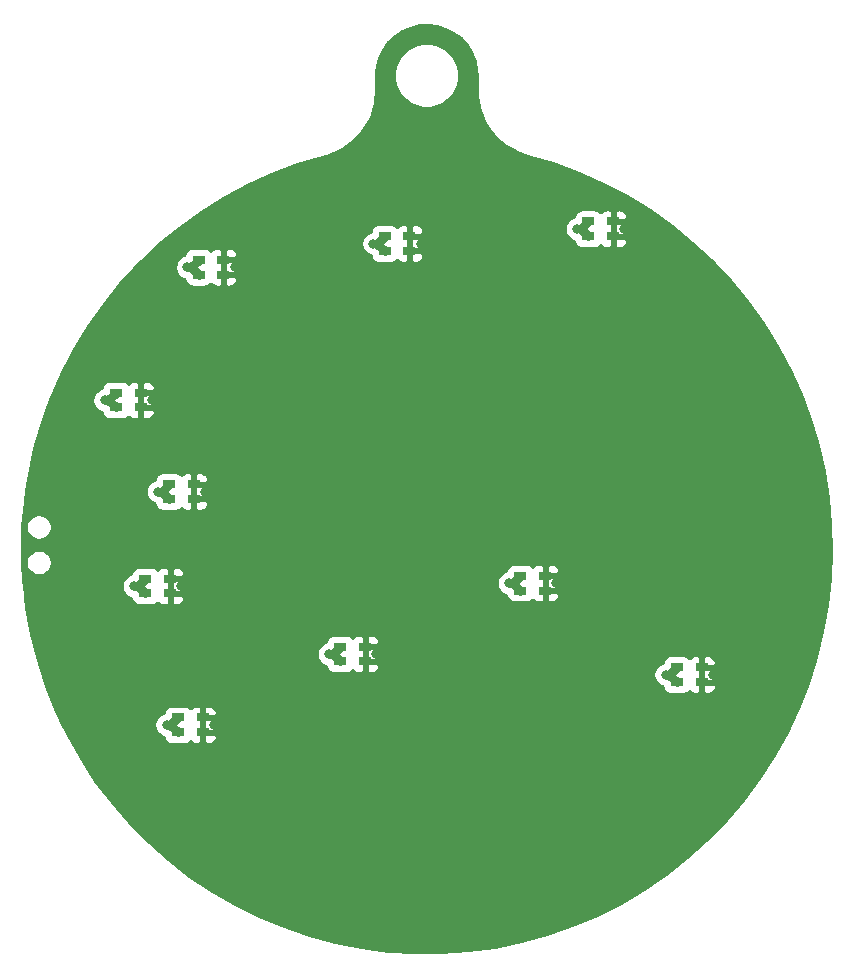
<source format=gbr>
%TF.GenerationSoftware,KiCad,Pcbnew,(5.1.10)-1*%
%TF.CreationDate,2021-10-19T21:24:23+02:00*%
%TF.ProjectId,TVZ_kuglica,54565a5f-6b75-4676-9c69-63612e6b6963,rev?*%
%TF.SameCoordinates,Original*%
%TF.FileFunction,Copper,L1,Top*%
%TF.FilePolarity,Positive*%
%FSLAX46Y46*%
G04 Gerber Fmt 4.6, Leading zero omitted, Abs format (unit mm)*
G04 Created by KiCad (PCBNEW (5.1.10)-1) date 2021-10-19 21:24:23*
%MOMM*%
%LPD*%
G01*
G04 APERTURE LIST*
%TA.AperFunction,SMDPad,CuDef*%
%ADD10R,1.100000X0.750000*%
%TD*%
%TA.AperFunction,ViaPad*%
%ADD11C,0.800000*%
%TD*%
%TA.AperFunction,Conductor*%
%ADD12C,0.762000*%
%TD*%
%TA.AperFunction,Conductor*%
%ADD13C,0.254000*%
%TD*%
%TA.AperFunction,Conductor*%
%ADD14C,0.100000*%
%TD*%
G04 APERTURE END LIST*
D10*
%TO.P,D1,1*%
%TO.N,Net-(D1-Pad1)*%
X110700000Y-86875000D03*
%TO.P,D1,2*%
%TO.N,GND*%
X112800000Y-86875000D03*
%TO.P,D1,1*%
%TO.N,Net-(D1-Pad1)*%
X110700000Y-88125000D03*
%TO.P,D1,2*%
%TO.N,GND*%
X112800000Y-88125000D03*
%TD*%
%TO.P,D2,2*%
%TO.N,GND*%
X119800000Y-76875000D03*
%TO.P,D2,1*%
%TO.N,Net-(D1-Pad1)*%
X117700000Y-76875000D03*
%TO.P,D2,2*%
%TO.N,GND*%
X119800000Y-75625000D03*
%TO.P,D2,1*%
%TO.N,Net-(D1-Pad1)*%
X117700000Y-75625000D03*
%TD*%
%TO.P,D3,1*%
%TO.N,Net-(D1-Pad1)*%
X150700000Y-72375000D03*
%TO.P,D3,2*%
%TO.N,GND*%
X152800000Y-72375000D03*
%TO.P,D3,1*%
%TO.N,Net-(D1-Pad1)*%
X150700000Y-73625000D03*
%TO.P,D3,2*%
%TO.N,GND*%
X152800000Y-73625000D03*
%TD*%
%TO.P,D4,2*%
%TO.N,GND*%
X131800000Y-109625000D03*
%TO.P,D4,1*%
%TO.N,Net-(D1-Pad1)*%
X129700000Y-109625000D03*
%TO.P,D4,2*%
%TO.N,GND*%
X131800000Y-108375000D03*
%TO.P,D4,1*%
%TO.N,Net-(D1-Pad1)*%
X129700000Y-108375000D03*
%TD*%
%TO.P,D5,1*%
%TO.N,Net-(D1-Pad1)*%
X115950000Y-114375000D03*
%TO.P,D5,2*%
%TO.N,GND*%
X118050000Y-114375000D03*
%TO.P,D5,1*%
%TO.N,Net-(D1-Pad1)*%
X115950000Y-115625000D03*
%TO.P,D5,2*%
%TO.N,GND*%
X118050000Y-115625000D03*
%TD*%
%TO.P,D6,2*%
%TO.N,GND*%
X115300000Y-103875000D03*
%TO.P,D6,1*%
%TO.N,Net-(D1-Pad1)*%
X113200000Y-103875000D03*
%TO.P,D6,2*%
%TO.N,GND*%
X115300000Y-102625000D03*
%TO.P,D6,1*%
%TO.N,Net-(D1-Pad1)*%
X113200000Y-102625000D03*
%TD*%
%TO.P,D7,1*%
%TO.N,Net-(D1-Pad1)*%
X115200000Y-94625000D03*
%TO.P,D7,2*%
%TO.N,GND*%
X117300000Y-94625000D03*
%TO.P,D7,1*%
%TO.N,Net-(D1-Pad1)*%
X115200000Y-95875000D03*
%TO.P,D7,2*%
%TO.N,GND*%
X117300000Y-95875000D03*
%TD*%
%TO.P,D8,2*%
%TO.N,GND*%
X160300000Y-111375000D03*
%TO.P,D8,1*%
%TO.N,Net-(D1-Pad1)*%
X158200000Y-111375000D03*
%TO.P,D8,2*%
%TO.N,GND*%
X160300000Y-110125000D03*
%TO.P,D8,1*%
%TO.N,Net-(D1-Pad1)*%
X158200000Y-110125000D03*
%TD*%
%TO.P,D9,1*%
%TO.N,Net-(D1-Pad1)*%
X133450000Y-73625000D03*
%TO.P,D9,2*%
%TO.N,GND*%
X135550000Y-73625000D03*
%TO.P,D9,1*%
%TO.N,Net-(D1-Pad1)*%
X133450000Y-74875000D03*
%TO.P,D9,2*%
%TO.N,GND*%
X135550000Y-74875000D03*
%TD*%
%TO.P,D10,2*%
%TO.N,GND*%
X147050000Y-103625000D03*
%TO.P,D10,1*%
%TO.N,Net-(D1-Pad1)*%
X144950000Y-103625000D03*
%TO.P,D10,2*%
%TO.N,GND*%
X147050000Y-102375000D03*
%TO.P,D10,1*%
%TO.N,Net-(D1-Pad1)*%
X144950000Y-102375000D03*
%TD*%
D11*
%TO.N,Net-(D1-Pad1)*%
X144000000Y-103000000D03*
X157250000Y-110750000D03*
X114250000Y-95250000D03*
X109750000Y-87500000D03*
X116750000Y-76250000D03*
X132500000Y-74250000D03*
X149750000Y-73000000D03*
X128750000Y-109000000D03*
X112250000Y-103250000D03*
X115000000Y-115000000D03*
%TO.N,GND*%
X152250000Y-80500000D03*
X130750000Y-73250000D03*
X120250000Y-84000000D03*
X126250000Y-93250000D03*
X120250000Y-105250000D03*
X128250000Y-104000000D03*
X108000000Y-107250000D03*
X113750000Y-120000000D03*
X118000000Y-110250000D03*
X121250000Y-127500000D03*
X134000000Y-132750000D03*
X138000000Y-112250000D03*
X141500000Y-130750000D03*
X150500000Y-118250000D03*
X147000000Y-108250000D03*
X165000000Y-105250000D03*
X161250000Y-117250000D03*
X155250000Y-97750000D03*
X157750000Y-90000000D03*
X139750000Y-94750000D03*
X161250000Y-110750000D03*
X132750000Y-109000000D03*
X148000000Y-103000000D03*
X119000000Y-115000000D03*
X116250000Y-103250000D03*
X118250000Y-95250000D03*
X113750000Y-87500000D03*
X136500000Y-74250000D03*
X153750000Y-73000000D03*
X120750000Y-76250000D03*
%TD*%
D12*
%TO.N,Net-(D1-Pad1)*%
X115325000Y-115000000D02*
X115950000Y-114375000D01*
X115325000Y-115000000D02*
X115950000Y-115625000D01*
X115000000Y-115000000D02*
X115325000Y-115000000D01*
X112575000Y-103250000D02*
X113200000Y-102625000D01*
X112575000Y-103250000D02*
X113200000Y-103875000D01*
X112250000Y-103250000D02*
X112575000Y-103250000D01*
X129075000Y-109000000D02*
X129700000Y-109625000D01*
X129075000Y-109000000D02*
X129700000Y-108375000D01*
X128750000Y-109000000D02*
X129075000Y-109000000D01*
X150075000Y-73000000D02*
X150700000Y-73625000D01*
X150075000Y-73000000D02*
X150700000Y-72375000D01*
X157575000Y-110750000D02*
X158200000Y-110125000D01*
X157575000Y-110750000D02*
X158200000Y-111375000D01*
X157250000Y-110750000D02*
X157575000Y-110750000D01*
X144325000Y-103000000D02*
X144950000Y-102375000D01*
X144325000Y-103000000D02*
X144950000Y-103625000D01*
X144000000Y-103000000D02*
X144325000Y-103000000D01*
X110075000Y-87500000D02*
X110700000Y-86875000D01*
X110075000Y-87500000D02*
X110700000Y-88125000D01*
X109750000Y-87500000D02*
X110075000Y-87500000D01*
X117075000Y-76250000D02*
X117700000Y-75625000D01*
X117075000Y-76250000D02*
X117700000Y-76875000D01*
X116750000Y-76250000D02*
X117075000Y-76250000D01*
X132825000Y-74250000D02*
X133450000Y-73625000D01*
X132825000Y-74250000D02*
X133450000Y-74875000D01*
X114575000Y-95250000D02*
X115200000Y-95875000D01*
X114575000Y-95250000D02*
X115200000Y-94625000D01*
X114250000Y-95250000D02*
X114575000Y-95250000D01*
%TD*%
D13*
%TO.N,GND*%
X137886138Y-55831059D02*
X138610388Y-56053867D01*
X139283738Y-56401409D01*
X139884901Y-56862699D01*
X140394872Y-57423149D01*
X140797540Y-58065057D01*
X141080170Y-58768122D01*
X141236190Y-59521513D01*
X141265000Y-60021169D01*
X141265001Y-61306272D01*
X141266298Y-61319440D01*
X141278413Y-61656049D01*
X141278863Y-61659632D01*
X141278707Y-61663242D01*
X141287438Y-61747410D01*
X141429908Y-62624862D01*
X141435629Y-62647269D01*
X141438736Y-62670183D01*
X141462234Y-62751474D01*
X141757835Y-63589830D01*
X141767433Y-63610870D01*
X141774549Y-63632871D01*
X141812059Y-63708691D01*
X141812071Y-63708717D01*
X141812077Y-63708725D01*
X142251461Y-64481476D01*
X142264630Y-64500478D01*
X142275533Y-64520879D01*
X142325894Y-64588881D01*
X142895182Y-65271616D01*
X142911512Y-65287990D01*
X142925851Y-65306132D01*
X142987458Y-65364142D01*
X143668651Y-65935276D01*
X143687625Y-65948502D01*
X143704950Y-65963817D01*
X143775855Y-66010000D01*
X144547423Y-66451478D01*
X144568436Y-66461133D01*
X144588200Y-66473139D01*
X144666163Y-66506036D01*
X145503715Y-66803905D01*
X145508021Y-66805017D01*
X145525587Y-66811299D01*
X145542755Y-66816572D01*
X147746053Y-67464098D01*
X149878711Y-68247813D01*
X151954729Y-69171140D01*
X153965017Y-70230036D01*
X155900673Y-71419812D01*
X157753239Y-72735268D01*
X159514561Y-74170616D01*
X161176886Y-75719540D01*
X162732884Y-77375207D01*
X164175738Y-79130360D01*
X165499106Y-80977290D01*
X166697162Y-82907865D01*
X167764630Y-84913581D01*
X168696830Y-86985643D01*
X169489658Y-89114933D01*
X170139624Y-91292080D01*
X170643873Y-93507517D01*
X171000188Y-95751501D01*
X171207004Y-98014175D01*
X171263407Y-100285560D01*
X171169153Y-102555700D01*
X170924654Y-104814605D01*
X170530986Y-107052337D01*
X169989882Y-109259064D01*
X169303718Y-111425077D01*
X168475512Y-113540851D01*
X167508906Y-115597090D01*
X166408155Y-117584736D01*
X165178083Y-119495080D01*
X163824120Y-121319689D01*
X162352204Y-123050560D01*
X160768823Y-124680064D01*
X159080926Y-126201055D01*
X157295931Y-127606843D01*
X155421695Y-128891239D01*
X153466456Y-130048599D01*
X151438820Y-131073832D01*
X149347702Y-131962428D01*
X147202263Y-132710493D01*
X145011999Y-133314718D01*
X142786467Y-133772464D01*
X140535523Y-134081705D01*
X138269022Y-134241089D01*
X135996953Y-134249911D01*
X133729262Y-134108134D01*
X131475992Y-133816385D01*
X129246983Y-133375938D01*
X127052076Y-132788738D01*
X124900917Y-132057366D01*
X122802939Y-131185029D01*
X120767401Y-130175574D01*
X118803237Y-129033435D01*
X116919085Y-127763634D01*
X115123223Y-126371749D01*
X113423564Y-124863914D01*
X111827572Y-123246751D01*
X110342263Y-121527368D01*
X108974171Y-119713331D01*
X107729304Y-117812605D01*
X106613144Y-115833557D01*
X106164478Y-114898061D01*
X113965000Y-114898061D01*
X113965000Y-115101939D01*
X114004774Y-115301898D01*
X114082795Y-115490256D01*
X114196063Y-115659774D01*
X114340226Y-115803937D01*
X114509744Y-115917205D01*
X114698102Y-115995226D01*
X114762724Y-116008080D01*
X114774188Y-116124482D01*
X114810498Y-116244180D01*
X114869463Y-116354494D01*
X114948815Y-116451185D01*
X115045506Y-116530537D01*
X115155820Y-116589502D01*
X115275518Y-116625812D01*
X115400000Y-116638072D01*
X115870375Y-116638072D01*
X115949999Y-116645914D01*
X116029623Y-116638072D01*
X116500000Y-116638072D01*
X116624482Y-116625812D01*
X116744180Y-116589502D01*
X116854494Y-116530537D01*
X116951185Y-116451185D01*
X117000000Y-116391704D01*
X117048815Y-116451185D01*
X117145506Y-116530537D01*
X117255820Y-116589502D01*
X117375518Y-116625812D01*
X117500000Y-116638072D01*
X117764250Y-116635000D01*
X117923000Y-116476250D01*
X117923000Y-115752000D01*
X118177000Y-115752000D01*
X118177000Y-116476250D01*
X118335750Y-116635000D01*
X118600000Y-116638072D01*
X118724482Y-116625812D01*
X118844180Y-116589502D01*
X118954494Y-116530537D01*
X119051185Y-116451185D01*
X119130537Y-116354494D01*
X119189502Y-116244180D01*
X119225812Y-116124482D01*
X119238072Y-116000000D01*
X119235000Y-115910750D01*
X119076250Y-115752000D01*
X118177000Y-115752000D01*
X117923000Y-115752000D01*
X117903000Y-115752000D01*
X117903000Y-115498000D01*
X117923000Y-115498000D01*
X117923000Y-114502000D01*
X118177000Y-114502000D01*
X118177000Y-115498000D01*
X119076250Y-115498000D01*
X119235000Y-115339250D01*
X119238072Y-115250000D01*
X119225812Y-115125518D01*
X119189502Y-115005820D01*
X119186391Y-115000000D01*
X119189502Y-114994180D01*
X119225812Y-114874482D01*
X119238072Y-114750000D01*
X119235000Y-114660750D01*
X119076250Y-114502000D01*
X118177000Y-114502000D01*
X117923000Y-114502000D01*
X117903000Y-114502000D01*
X117903000Y-114248000D01*
X117923000Y-114248000D01*
X117923000Y-113523750D01*
X118177000Y-113523750D01*
X118177000Y-114248000D01*
X119076250Y-114248000D01*
X119235000Y-114089250D01*
X119238072Y-114000000D01*
X119225812Y-113875518D01*
X119189502Y-113755820D01*
X119130537Y-113645506D01*
X119051185Y-113548815D01*
X118954494Y-113469463D01*
X118844180Y-113410498D01*
X118724482Y-113374188D01*
X118600000Y-113361928D01*
X118335750Y-113365000D01*
X118177000Y-113523750D01*
X117923000Y-113523750D01*
X117764250Y-113365000D01*
X117500000Y-113361928D01*
X117375518Y-113374188D01*
X117255820Y-113410498D01*
X117145506Y-113469463D01*
X117048815Y-113548815D01*
X117000000Y-113608296D01*
X116951185Y-113548815D01*
X116854494Y-113469463D01*
X116744180Y-113410498D01*
X116624482Y-113374188D01*
X116500000Y-113361928D01*
X116029623Y-113361928D01*
X115949999Y-113354086D01*
X115870375Y-113361928D01*
X115400000Y-113361928D01*
X115275518Y-113374188D01*
X115155820Y-113410498D01*
X115045506Y-113469463D01*
X114948815Y-113548815D01*
X114869463Y-113645506D01*
X114810498Y-113755820D01*
X114774188Y-113875518D01*
X114762724Y-113991920D01*
X114698102Y-114004774D01*
X114509744Y-114082795D01*
X114340226Y-114196063D01*
X114196063Y-114340226D01*
X114082795Y-114509744D01*
X114004774Y-114698102D01*
X113965000Y-114898061D01*
X106164478Y-114898061D01*
X105630601Y-113784897D01*
X104785986Y-111675609D01*
X104451670Y-110648061D01*
X156215000Y-110648061D01*
X156215000Y-110851939D01*
X156254774Y-111051898D01*
X156332795Y-111240256D01*
X156446063Y-111409774D01*
X156590226Y-111553937D01*
X156759744Y-111667205D01*
X156948102Y-111745226D01*
X157012724Y-111758080D01*
X157024188Y-111874482D01*
X157060498Y-111994180D01*
X157119463Y-112104494D01*
X157198815Y-112201185D01*
X157295506Y-112280537D01*
X157405820Y-112339502D01*
X157525518Y-112375812D01*
X157650000Y-112388072D01*
X158120375Y-112388072D01*
X158199999Y-112395914D01*
X158279623Y-112388072D01*
X158750000Y-112388072D01*
X158874482Y-112375812D01*
X158994180Y-112339502D01*
X159104494Y-112280537D01*
X159201185Y-112201185D01*
X159250000Y-112141704D01*
X159298815Y-112201185D01*
X159395506Y-112280537D01*
X159505820Y-112339502D01*
X159625518Y-112375812D01*
X159750000Y-112388072D01*
X160014250Y-112385000D01*
X160173000Y-112226250D01*
X160173000Y-111502000D01*
X160427000Y-111502000D01*
X160427000Y-112226250D01*
X160585750Y-112385000D01*
X160850000Y-112388072D01*
X160974482Y-112375812D01*
X161094180Y-112339502D01*
X161204494Y-112280537D01*
X161301185Y-112201185D01*
X161380537Y-112104494D01*
X161439502Y-111994180D01*
X161475812Y-111874482D01*
X161488072Y-111750000D01*
X161485000Y-111660750D01*
X161326250Y-111502000D01*
X160427000Y-111502000D01*
X160173000Y-111502000D01*
X160153000Y-111502000D01*
X160153000Y-111248000D01*
X160173000Y-111248000D01*
X160173000Y-110252000D01*
X160427000Y-110252000D01*
X160427000Y-111248000D01*
X161326250Y-111248000D01*
X161485000Y-111089250D01*
X161488072Y-111000000D01*
X161475812Y-110875518D01*
X161439502Y-110755820D01*
X161436391Y-110750000D01*
X161439502Y-110744180D01*
X161475812Y-110624482D01*
X161488072Y-110500000D01*
X161485000Y-110410750D01*
X161326250Y-110252000D01*
X160427000Y-110252000D01*
X160173000Y-110252000D01*
X160153000Y-110252000D01*
X160153000Y-109998000D01*
X160173000Y-109998000D01*
X160173000Y-109273750D01*
X160427000Y-109273750D01*
X160427000Y-109998000D01*
X161326250Y-109998000D01*
X161485000Y-109839250D01*
X161488072Y-109750000D01*
X161475812Y-109625518D01*
X161439502Y-109505820D01*
X161380537Y-109395506D01*
X161301185Y-109298815D01*
X161204494Y-109219463D01*
X161094180Y-109160498D01*
X160974482Y-109124188D01*
X160850000Y-109111928D01*
X160585750Y-109115000D01*
X160427000Y-109273750D01*
X160173000Y-109273750D01*
X160014250Y-109115000D01*
X159750000Y-109111928D01*
X159625518Y-109124188D01*
X159505820Y-109160498D01*
X159395506Y-109219463D01*
X159298815Y-109298815D01*
X159250000Y-109358296D01*
X159201185Y-109298815D01*
X159104494Y-109219463D01*
X158994180Y-109160498D01*
X158874482Y-109124188D01*
X158750000Y-109111928D01*
X158279623Y-109111928D01*
X158199999Y-109104086D01*
X158120375Y-109111928D01*
X157650000Y-109111928D01*
X157525518Y-109124188D01*
X157405820Y-109160498D01*
X157295506Y-109219463D01*
X157198815Y-109298815D01*
X157119463Y-109395506D01*
X157060498Y-109505820D01*
X157024188Y-109625518D01*
X157012724Y-109741920D01*
X156948102Y-109754774D01*
X156759744Y-109832795D01*
X156590226Y-109946063D01*
X156446063Y-110090226D01*
X156332795Y-110259744D01*
X156254774Y-110448102D01*
X156215000Y-110648061D01*
X104451670Y-110648061D01*
X104083026Y-109515005D01*
X103926658Y-108898061D01*
X127715000Y-108898061D01*
X127715000Y-109101939D01*
X127754774Y-109301898D01*
X127832795Y-109490256D01*
X127946063Y-109659774D01*
X128090226Y-109803937D01*
X128259744Y-109917205D01*
X128448102Y-109995226D01*
X128512724Y-110008080D01*
X128524188Y-110124482D01*
X128560498Y-110244180D01*
X128619463Y-110354494D01*
X128698815Y-110451185D01*
X128795506Y-110530537D01*
X128905820Y-110589502D01*
X129025518Y-110625812D01*
X129150000Y-110638072D01*
X129620375Y-110638072D01*
X129699999Y-110645914D01*
X129779623Y-110638072D01*
X130250000Y-110638072D01*
X130374482Y-110625812D01*
X130494180Y-110589502D01*
X130604494Y-110530537D01*
X130701185Y-110451185D01*
X130750000Y-110391704D01*
X130798815Y-110451185D01*
X130895506Y-110530537D01*
X131005820Y-110589502D01*
X131125518Y-110625812D01*
X131250000Y-110638072D01*
X131514250Y-110635000D01*
X131673000Y-110476250D01*
X131673000Y-109752000D01*
X131927000Y-109752000D01*
X131927000Y-110476250D01*
X132085750Y-110635000D01*
X132350000Y-110638072D01*
X132474482Y-110625812D01*
X132594180Y-110589502D01*
X132704494Y-110530537D01*
X132801185Y-110451185D01*
X132880537Y-110354494D01*
X132939502Y-110244180D01*
X132975812Y-110124482D01*
X132988072Y-110000000D01*
X132985000Y-109910750D01*
X132826250Y-109752000D01*
X131927000Y-109752000D01*
X131673000Y-109752000D01*
X131653000Y-109752000D01*
X131653000Y-109498000D01*
X131673000Y-109498000D01*
X131673000Y-108502000D01*
X131927000Y-108502000D01*
X131927000Y-109498000D01*
X132826250Y-109498000D01*
X132985000Y-109339250D01*
X132988072Y-109250000D01*
X132975812Y-109125518D01*
X132939502Y-109005820D01*
X132936391Y-109000000D01*
X132939502Y-108994180D01*
X132975812Y-108874482D01*
X132988072Y-108750000D01*
X132985000Y-108660750D01*
X132826250Y-108502000D01*
X131927000Y-108502000D01*
X131673000Y-108502000D01*
X131653000Y-108502000D01*
X131653000Y-108248000D01*
X131673000Y-108248000D01*
X131673000Y-107523750D01*
X131927000Y-107523750D01*
X131927000Y-108248000D01*
X132826250Y-108248000D01*
X132985000Y-108089250D01*
X132988072Y-108000000D01*
X132975812Y-107875518D01*
X132939502Y-107755820D01*
X132880537Y-107645506D01*
X132801185Y-107548815D01*
X132704494Y-107469463D01*
X132594180Y-107410498D01*
X132474482Y-107374188D01*
X132350000Y-107361928D01*
X132085750Y-107365000D01*
X131927000Y-107523750D01*
X131673000Y-107523750D01*
X131514250Y-107365000D01*
X131250000Y-107361928D01*
X131125518Y-107374188D01*
X131005820Y-107410498D01*
X130895506Y-107469463D01*
X130798815Y-107548815D01*
X130750000Y-107608296D01*
X130701185Y-107548815D01*
X130604494Y-107469463D01*
X130494180Y-107410498D01*
X130374482Y-107374188D01*
X130250000Y-107361928D01*
X129779623Y-107361928D01*
X129699999Y-107354086D01*
X129620375Y-107361928D01*
X129150000Y-107361928D01*
X129025518Y-107374188D01*
X128905820Y-107410498D01*
X128795506Y-107469463D01*
X128698815Y-107548815D01*
X128619463Y-107645506D01*
X128560498Y-107755820D01*
X128524188Y-107875518D01*
X128512724Y-107991920D01*
X128448102Y-108004774D01*
X128259744Y-108082795D01*
X128090226Y-108196063D01*
X127946063Y-108340226D01*
X127832795Y-108509744D01*
X127754774Y-108698102D01*
X127715000Y-108898061D01*
X103926658Y-108898061D01*
X103524797Y-107312547D01*
X103113763Y-105077935D01*
X102889701Y-103148061D01*
X111215000Y-103148061D01*
X111215000Y-103351939D01*
X111254774Y-103551898D01*
X111332795Y-103740256D01*
X111446063Y-103909774D01*
X111590226Y-104053937D01*
X111759744Y-104167205D01*
X111948102Y-104245226D01*
X112012724Y-104258080D01*
X112024188Y-104374482D01*
X112060498Y-104494180D01*
X112119463Y-104604494D01*
X112198815Y-104701185D01*
X112295506Y-104780537D01*
X112405820Y-104839502D01*
X112525518Y-104875812D01*
X112650000Y-104888072D01*
X113120375Y-104888072D01*
X113199999Y-104895914D01*
X113279623Y-104888072D01*
X113750000Y-104888072D01*
X113874482Y-104875812D01*
X113994180Y-104839502D01*
X114104494Y-104780537D01*
X114201185Y-104701185D01*
X114250000Y-104641704D01*
X114298815Y-104701185D01*
X114395506Y-104780537D01*
X114505820Y-104839502D01*
X114625518Y-104875812D01*
X114750000Y-104888072D01*
X115014250Y-104885000D01*
X115173000Y-104726250D01*
X115173000Y-104002000D01*
X115427000Y-104002000D01*
X115427000Y-104726250D01*
X115585750Y-104885000D01*
X115850000Y-104888072D01*
X115974482Y-104875812D01*
X116094180Y-104839502D01*
X116204494Y-104780537D01*
X116301185Y-104701185D01*
X116380537Y-104604494D01*
X116439502Y-104494180D01*
X116475812Y-104374482D01*
X116488072Y-104250000D01*
X116485000Y-104160750D01*
X116326250Y-104002000D01*
X115427000Y-104002000D01*
X115173000Y-104002000D01*
X115153000Y-104002000D01*
X115153000Y-103748000D01*
X115173000Y-103748000D01*
X115173000Y-102752000D01*
X115427000Y-102752000D01*
X115427000Y-103748000D01*
X116326250Y-103748000D01*
X116485000Y-103589250D01*
X116488072Y-103500000D01*
X116475812Y-103375518D01*
X116439502Y-103255820D01*
X116436391Y-103250000D01*
X116439502Y-103244180D01*
X116475812Y-103124482D01*
X116488072Y-103000000D01*
X116485000Y-102910750D01*
X116472311Y-102898061D01*
X142965000Y-102898061D01*
X142965000Y-103101939D01*
X143004774Y-103301898D01*
X143082795Y-103490256D01*
X143196063Y-103659774D01*
X143340226Y-103803937D01*
X143509744Y-103917205D01*
X143698102Y-103995226D01*
X143762724Y-104008080D01*
X143774188Y-104124482D01*
X143810498Y-104244180D01*
X143869463Y-104354494D01*
X143948815Y-104451185D01*
X144045506Y-104530537D01*
X144155820Y-104589502D01*
X144275518Y-104625812D01*
X144400000Y-104638072D01*
X144870375Y-104638072D01*
X144949999Y-104645914D01*
X145029623Y-104638072D01*
X145500000Y-104638072D01*
X145624482Y-104625812D01*
X145744180Y-104589502D01*
X145854494Y-104530537D01*
X145951185Y-104451185D01*
X146000000Y-104391704D01*
X146048815Y-104451185D01*
X146145506Y-104530537D01*
X146255820Y-104589502D01*
X146375518Y-104625812D01*
X146500000Y-104638072D01*
X146764250Y-104635000D01*
X146923000Y-104476250D01*
X146923000Y-103752000D01*
X147177000Y-103752000D01*
X147177000Y-104476250D01*
X147335750Y-104635000D01*
X147600000Y-104638072D01*
X147724482Y-104625812D01*
X147844180Y-104589502D01*
X147954494Y-104530537D01*
X148051185Y-104451185D01*
X148130537Y-104354494D01*
X148189502Y-104244180D01*
X148225812Y-104124482D01*
X148238072Y-104000000D01*
X148235000Y-103910750D01*
X148076250Y-103752000D01*
X147177000Y-103752000D01*
X146923000Y-103752000D01*
X146903000Y-103752000D01*
X146903000Y-103498000D01*
X146923000Y-103498000D01*
X146923000Y-102502000D01*
X147177000Y-102502000D01*
X147177000Y-103498000D01*
X148076250Y-103498000D01*
X148235000Y-103339250D01*
X148238072Y-103250000D01*
X148225812Y-103125518D01*
X148189502Y-103005820D01*
X148186391Y-103000000D01*
X148189502Y-102994180D01*
X148225812Y-102874482D01*
X148238072Y-102750000D01*
X148235000Y-102660750D01*
X148076250Y-102502000D01*
X147177000Y-102502000D01*
X146923000Y-102502000D01*
X146903000Y-102502000D01*
X146903000Y-102248000D01*
X146923000Y-102248000D01*
X146923000Y-101523750D01*
X147177000Y-101523750D01*
X147177000Y-102248000D01*
X148076250Y-102248000D01*
X148235000Y-102089250D01*
X148238072Y-102000000D01*
X148225812Y-101875518D01*
X148189502Y-101755820D01*
X148130537Y-101645506D01*
X148051185Y-101548815D01*
X147954494Y-101469463D01*
X147844180Y-101410498D01*
X147724482Y-101374188D01*
X147600000Y-101361928D01*
X147335750Y-101365000D01*
X147177000Y-101523750D01*
X146923000Y-101523750D01*
X146764250Y-101365000D01*
X146500000Y-101361928D01*
X146375518Y-101374188D01*
X146255820Y-101410498D01*
X146145506Y-101469463D01*
X146048815Y-101548815D01*
X146000000Y-101608296D01*
X145951185Y-101548815D01*
X145854494Y-101469463D01*
X145744180Y-101410498D01*
X145624482Y-101374188D01*
X145500000Y-101361928D01*
X145029623Y-101361928D01*
X144949999Y-101354086D01*
X144870375Y-101361928D01*
X144400000Y-101361928D01*
X144275518Y-101374188D01*
X144155820Y-101410498D01*
X144045506Y-101469463D01*
X143948815Y-101548815D01*
X143869463Y-101645506D01*
X143810498Y-101755820D01*
X143774188Y-101875518D01*
X143762724Y-101991920D01*
X143698102Y-102004774D01*
X143509744Y-102082795D01*
X143340226Y-102196063D01*
X143196063Y-102340226D01*
X143082795Y-102509744D01*
X143004774Y-102698102D01*
X142965000Y-102898061D01*
X116472311Y-102898061D01*
X116326250Y-102752000D01*
X115427000Y-102752000D01*
X115173000Y-102752000D01*
X115153000Y-102752000D01*
X115153000Y-102498000D01*
X115173000Y-102498000D01*
X115173000Y-101773750D01*
X115427000Y-101773750D01*
X115427000Y-102498000D01*
X116326250Y-102498000D01*
X116485000Y-102339250D01*
X116488072Y-102250000D01*
X116475812Y-102125518D01*
X116439502Y-102005820D01*
X116380537Y-101895506D01*
X116301185Y-101798815D01*
X116204494Y-101719463D01*
X116094180Y-101660498D01*
X115974482Y-101624188D01*
X115850000Y-101611928D01*
X115585750Y-101615000D01*
X115427000Y-101773750D01*
X115173000Y-101773750D01*
X115014250Y-101615000D01*
X114750000Y-101611928D01*
X114625518Y-101624188D01*
X114505820Y-101660498D01*
X114395506Y-101719463D01*
X114298815Y-101798815D01*
X114250000Y-101858296D01*
X114201185Y-101798815D01*
X114104494Y-101719463D01*
X113994180Y-101660498D01*
X113874482Y-101624188D01*
X113750000Y-101611928D01*
X113279623Y-101611928D01*
X113199999Y-101604086D01*
X113120375Y-101611928D01*
X112650000Y-101611928D01*
X112525518Y-101624188D01*
X112405820Y-101660498D01*
X112295506Y-101719463D01*
X112198815Y-101798815D01*
X112119463Y-101895506D01*
X112060498Y-102005820D01*
X112024188Y-102125518D01*
X112012724Y-102241920D01*
X111948102Y-102254774D01*
X111759744Y-102332795D01*
X111590226Y-102446063D01*
X111446063Y-102590226D01*
X111332795Y-102759744D01*
X111254774Y-102948102D01*
X111215000Y-103148061D01*
X102889701Y-103148061D01*
X102851726Y-102820985D01*
X102769006Y-101143137D01*
X103085000Y-101143137D01*
X103085000Y-101356863D01*
X103126696Y-101566483D01*
X103208485Y-101763940D01*
X103327225Y-101941647D01*
X103478353Y-102092775D01*
X103656060Y-102211515D01*
X103853517Y-102293304D01*
X104063137Y-102335000D01*
X104276863Y-102335000D01*
X104486483Y-102293304D01*
X104683940Y-102211515D01*
X104861647Y-102092775D01*
X105012775Y-101941647D01*
X105131515Y-101763940D01*
X105213304Y-101566483D01*
X105255000Y-101356863D01*
X105255000Y-101143137D01*
X105213304Y-100933517D01*
X105131515Y-100736060D01*
X105012775Y-100558353D01*
X104861647Y-100407225D01*
X104683940Y-100288485D01*
X104486483Y-100206696D01*
X104276863Y-100165000D01*
X104063137Y-100165000D01*
X103853517Y-100206696D01*
X103656060Y-100288485D01*
X103478353Y-100407225D01*
X103327225Y-100558353D01*
X103208485Y-100736060D01*
X103126696Y-100933517D01*
X103085000Y-101143137D01*
X102769006Y-101143137D01*
X102739845Y-100551658D01*
X102778607Y-98279882D01*
X102790035Y-98143137D01*
X103085000Y-98143137D01*
X103085000Y-98356863D01*
X103126696Y-98566483D01*
X103208485Y-98763940D01*
X103327225Y-98941647D01*
X103478353Y-99092775D01*
X103656060Y-99211515D01*
X103853517Y-99293304D01*
X104063137Y-99335000D01*
X104276863Y-99335000D01*
X104486483Y-99293304D01*
X104683940Y-99211515D01*
X104861647Y-99092775D01*
X105012775Y-98941647D01*
X105131515Y-98763940D01*
X105213304Y-98566483D01*
X105255000Y-98356863D01*
X105255000Y-98143137D01*
X105213304Y-97933517D01*
X105131515Y-97736060D01*
X105012775Y-97558353D01*
X104861647Y-97407225D01*
X104683940Y-97288485D01*
X104486483Y-97206696D01*
X104276863Y-97165000D01*
X104063137Y-97165000D01*
X103853517Y-97206696D01*
X103656060Y-97288485D01*
X103478353Y-97407225D01*
X103327225Y-97558353D01*
X103208485Y-97736060D01*
X103126696Y-97933517D01*
X103085000Y-98143137D01*
X102790035Y-98143137D01*
X102967842Y-96015687D01*
X103098709Y-95148061D01*
X113215000Y-95148061D01*
X113215000Y-95351939D01*
X113254774Y-95551898D01*
X113332795Y-95740256D01*
X113446063Y-95909774D01*
X113590226Y-96053937D01*
X113759744Y-96167205D01*
X113948102Y-96245226D01*
X114012724Y-96258080D01*
X114024188Y-96374482D01*
X114060498Y-96494180D01*
X114119463Y-96604494D01*
X114198815Y-96701185D01*
X114295506Y-96780537D01*
X114405820Y-96839502D01*
X114525518Y-96875812D01*
X114650000Y-96888072D01*
X115120375Y-96888072D01*
X115199999Y-96895914D01*
X115279623Y-96888072D01*
X115750000Y-96888072D01*
X115874482Y-96875812D01*
X115994180Y-96839502D01*
X116104494Y-96780537D01*
X116201185Y-96701185D01*
X116250000Y-96641704D01*
X116298815Y-96701185D01*
X116395506Y-96780537D01*
X116505820Y-96839502D01*
X116625518Y-96875812D01*
X116750000Y-96888072D01*
X117014250Y-96885000D01*
X117173000Y-96726250D01*
X117173000Y-96002000D01*
X117427000Y-96002000D01*
X117427000Y-96726250D01*
X117585750Y-96885000D01*
X117850000Y-96888072D01*
X117974482Y-96875812D01*
X118094180Y-96839502D01*
X118204494Y-96780537D01*
X118301185Y-96701185D01*
X118380537Y-96604494D01*
X118439502Y-96494180D01*
X118475812Y-96374482D01*
X118488072Y-96250000D01*
X118485000Y-96160750D01*
X118326250Y-96002000D01*
X117427000Y-96002000D01*
X117173000Y-96002000D01*
X117153000Y-96002000D01*
X117153000Y-95748000D01*
X117173000Y-95748000D01*
X117173000Y-94752000D01*
X117427000Y-94752000D01*
X117427000Y-95748000D01*
X118326250Y-95748000D01*
X118485000Y-95589250D01*
X118488072Y-95500000D01*
X118475812Y-95375518D01*
X118439502Y-95255820D01*
X118436391Y-95250000D01*
X118439502Y-95244180D01*
X118475812Y-95124482D01*
X118488072Y-95000000D01*
X118485000Y-94910750D01*
X118326250Y-94752000D01*
X117427000Y-94752000D01*
X117173000Y-94752000D01*
X117153000Y-94752000D01*
X117153000Y-94498000D01*
X117173000Y-94498000D01*
X117173000Y-93773750D01*
X117427000Y-93773750D01*
X117427000Y-94498000D01*
X118326250Y-94498000D01*
X118485000Y-94339250D01*
X118488072Y-94250000D01*
X118475812Y-94125518D01*
X118439502Y-94005820D01*
X118380537Y-93895506D01*
X118301185Y-93798815D01*
X118204494Y-93719463D01*
X118094180Y-93660498D01*
X117974482Y-93624188D01*
X117850000Y-93611928D01*
X117585750Y-93615000D01*
X117427000Y-93773750D01*
X117173000Y-93773750D01*
X117014250Y-93615000D01*
X116750000Y-93611928D01*
X116625518Y-93624188D01*
X116505820Y-93660498D01*
X116395506Y-93719463D01*
X116298815Y-93798815D01*
X116250000Y-93858296D01*
X116201185Y-93798815D01*
X116104494Y-93719463D01*
X115994180Y-93660498D01*
X115874482Y-93624188D01*
X115750000Y-93611928D01*
X115279623Y-93611928D01*
X115199999Y-93604086D01*
X115120375Y-93611928D01*
X114650000Y-93611928D01*
X114525518Y-93624188D01*
X114405820Y-93660498D01*
X114295506Y-93719463D01*
X114198815Y-93798815D01*
X114119463Y-93895506D01*
X114060498Y-94005820D01*
X114024188Y-94125518D01*
X114012724Y-94241920D01*
X113948102Y-94254774D01*
X113759744Y-94332795D01*
X113590226Y-94446063D01*
X113446063Y-94590226D01*
X113332795Y-94759744D01*
X113254774Y-94948102D01*
X113215000Y-95148061D01*
X103098709Y-95148061D01*
X103306719Y-93768999D01*
X103793749Y-91549706D01*
X104426782Y-89367594D01*
X105142758Y-87398061D01*
X108715000Y-87398061D01*
X108715000Y-87601939D01*
X108754774Y-87801898D01*
X108832795Y-87990256D01*
X108946063Y-88159774D01*
X109090226Y-88303937D01*
X109259744Y-88417205D01*
X109448102Y-88495226D01*
X109512724Y-88508080D01*
X109524188Y-88624482D01*
X109560498Y-88744180D01*
X109619463Y-88854494D01*
X109698815Y-88951185D01*
X109795506Y-89030537D01*
X109905820Y-89089502D01*
X110025518Y-89125812D01*
X110150000Y-89138072D01*
X110620375Y-89138072D01*
X110699999Y-89145914D01*
X110779623Y-89138072D01*
X111250000Y-89138072D01*
X111374482Y-89125812D01*
X111494180Y-89089502D01*
X111604494Y-89030537D01*
X111701185Y-88951185D01*
X111750000Y-88891704D01*
X111798815Y-88951185D01*
X111895506Y-89030537D01*
X112005820Y-89089502D01*
X112125518Y-89125812D01*
X112250000Y-89138072D01*
X112514250Y-89135000D01*
X112673000Y-88976250D01*
X112673000Y-88252000D01*
X112927000Y-88252000D01*
X112927000Y-88976250D01*
X113085750Y-89135000D01*
X113350000Y-89138072D01*
X113474482Y-89125812D01*
X113594180Y-89089502D01*
X113704494Y-89030537D01*
X113801185Y-88951185D01*
X113880537Y-88854494D01*
X113939502Y-88744180D01*
X113975812Y-88624482D01*
X113988072Y-88500000D01*
X113985000Y-88410750D01*
X113826250Y-88252000D01*
X112927000Y-88252000D01*
X112673000Y-88252000D01*
X112653000Y-88252000D01*
X112653000Y-87998000D01*
X112673000Y-87998000D01*
X112673000Y-87002000D01*
X112927000Y-87002000D01*
X112927000Y-87998000D01*
X113826250Y-87998000D01*
X113985000Y-87839250D01*
X113988072Y-87750000D01*
X113975812Y-87625518D01*
X113939502Y-87505820D01*
X113936391Y-87500000D01*
X113939502Y-87494180D01*
X113975812Y-87374482D01*
X113988072Y-87250000D01*
X113985000Y-87160750D01*
X113826250Y-87002000D01*
X112927000Y-87002000D01*
X112673000Y-87002000D01*
X112653000Y-87002000D01*
X112653000Y-86748000D01*
X112673000Y-86748000D01*
X112673000Y-86023750D01*
X112927000Y-86023750D01*
X112927000Y-86748000D01*
X113826250Y-86748000D01*
X113985000Y-86589250D01*
X113988072Y-86500000D01*
X113975812Y-86375518D01*
X113939502Y-86255820D01*
X113880537Y-86145506D01*
X113801185Y-86048815D01*
X113704494Y-85969463D01*
X113594180Y-85910498D01*
X113474482Y-85874188D01*
X113350000Y-85861928D01*
X113085750Y-85865000D01*
X112927000Y-86023750D01*
X112673000Y-86023750D01*
X112514250Y-85865000D01*
X112250000Y-85861928D01*
X112125518Y-85874188D01*
X112005820Y-85910498D01*
X111895506Y-85969463D01*
X111798815Y-86048815D01*
X111750000Y-86108296D01*
X111701185Y-86048815D01*
X111604494Y-85969463D01*
X111494180Y-85910498D01*
X111374482Y-85874188D01*
X111250000Y-85861928D01*
X110779623Y-85861928D01*
X110699999Y-85854086D01*
X110620375Y-85861928D01*
X110150000Y-85861928D01*
X110025518Y-85874188D01*
X109905820Y-85910498D01*
X109795506Y-85969463D01*
X109698815Y-86048815D01*
X109619463Y-86145506D01*
X109560498Y-86255820D01*
X109524188Y-86375518D01*
X109512724Y-86491920D01*
X109448102Y-86504774D01*
X109259744Y-86582795D01*
X109090226Y-86696063D01*
X108946063Y-86840226D01*
X108832795Y-87009744D01*
X108754774Y-87198102D01*
X108715000Y-87398061D01*
X105142758Y-87398061D01*
X105203052Y-87232203D01*
X106119133Y-85152960D01*
X107170992Y-83139015D01*
X108354015Y-81199200D01*
X109663000Y-79342048D01*
X111092189Y-77575730D01*
X112413184Y-76148061D01*
X115715000Y-76148061D01*
X115715000Y-76351939D01*
X115754774Y-76551898D01*
X115832795Y-76740256D01*
X115946063Y-76909774D01*
X116090226Y-77053937D01*
X116259744Y-77167205D01*
X116448102Y-77245226D01*
X116512724Y-77258080D01*
X116524188Y-77374482D01*
X116560498Y-77494180D01*
X116619463Y-77604494D01*
X116698815Y-77701185D01*
X116795506Y-77780537D01*
X116905820Y-77839502D01*
X117025518Y-77875812D01*
X117150000Y-77888072D01*
X117620375Y-77888072D01*
X117699999Y-77895914D01*
X117779623Y-77888072D01*
X118250000Y-77888072D01*
X118374482Y-77875812D01*
X118494180Y-77839502D01*
X118604494Y-77780537D01*
X118701185Y-77701185D01*
X118750000Y-77641704D01*
X118798815Y-77701185D01*
X118895506Y-77780537D01*
X119005820Y-77839502D01*
X119125518Y-77875812D01*
X119250000Y-77888072D01*
X119514250Y-77885000D01*
X119673000Y-77726250D01*
X119673000Y-77002000D01*
X119927000Y-77002000D01*
X119927000Y-77726250D01*
X120085750Y-77885000D01*
X120350000Y-77888072D01*
X120474482Y-77875812D01*
X120594180Y-77839502D01*
X120704494Y-77780537D01*
X120801185Y-77701185D01*
X120880537Y-77604494D01*
X120939502Y-77494180D01*
X120975812Y-77374482D01*
X120988072Y-77250000D01*
X120985000Y-77160750D01*
X120826250Y-77002000D01*
X119927000Y-77002000D01*
X119673000Y-77002000D01*
X119653000Y-77002000D01*
X119653000Y-76748000D01*
X119673000Y-76748000D01*
X119673000Y-75752000D01*
X119927000Y-75752000D01*
X119927000Y-76748000D01*
X120826250Y-76748000D01*
X120985000Y-76589250D01*
X120988072Y-76500000D01*
X120975812Y-76375518D01*
X120939502Y-76255820D01*
X120936391Y-76250000D01*
X120939502Y-76244180D01*
X120975812Y-76124482D01*
X120988072Y-76000000D01*
X120985000Y-75910750D01*
X120826250Y-75752000D01*
X119927000Y-75752000D01*
X119673000Y-75752000D01*
X119653000Y-75752000D01*
X119653000Y-75498000D01*
X119673000Y-75498000D01*
X119673000Y-74773750D01*
X119927000Y-74773750D01*
X119927000Y-75498000D01*
X120826250Y-75498000D01*
X120985000Y-75339250D01*
X120988072Y-75250000D01*
X120975812Y-75125518D01*
X120939502Y-75005820D01*
X120880537Y-74895506D01*
X120801185Y-74798815D01*
X120704494Y-74719463D01*
X120594180Y-74660498D01*
X120474482Y-74624188D01*
X120350000Y-74611928D01*
X120085750Y-74615000D01*
X119927000Y-74773750D01*
X119673000Y-74773750D01*
X119514250Y-74615000D01*
X119250000Y-74611928D01*
X119125518Y-74624188D01*
X119005820Y-74660498D01*
X118895506Y-74719463D01*
X118798815Y-74798815D01*
X118750000Y-74858296D01*
X118701185Y-74798815D01*
X118604494Y-74719463D01*
X118494180Y-74660498D01*
X118374482Y-74624188D01*
X118250000Y-74611928D01*
X117779623Y-74611928D01*
X117699999Y-74604086D01*
X117620375Y-74611928D01*
X117150000Y-74611928D01*
X117025518Y-74624188D01*
X116905820Y-74660498D01*
X116795506Y-74719463D01*
X116698815Y-74798815D01*
X116619463Y-74895506D01*
X116560498Y-75005820D01*
X116524188Y-75125518D01*
X116512724Y-75241920D01*
X116448102Y-75254774D01*
X116259744Y-75332795D01*
X116090226Y-75446063D01*
X115946063Y-75590226D01*
X115832795Y-75759744D01*
X115754774Y-75948102D01*
X115715000Y-76148061D01*
X112413184Y-76148061D01*
X112635284Y-75908027D01*
X114285522Y-74346247D01*
X114524896Y-74148061D01*
X131465000Y-74148061D01*
X131465000Y-74351939D01*
X131504774Y-74551898D01*
X131582795Y-74740256D01*
X131696063Y-74909774D01*
X131840226Y-75053937D01*
X132009744Y-75167205D01*
X132198102Y-75245226D01*
X132262724Y-75258080D01*
X132274188Y-75374482D01*
X132310498Y-75494180D01*
X132369463Y-75604494D01*
X132448815Y-75701185D01*
X132545506Y-75780537D01*
X132655820Y-75839502D01*
X132775518Y-75875812D01*
X132900000Y-75888072D01*
X133370375Y-75888072D01*
X133449999Y-75895914D01*
X133529623Y-75888072D01*
X134000000Y-75888072D01*
X134124482Y-75875812D01*
X134244180Y-75839502D01*
X134354494Y-75780537D01*
X134451185Y-75701185D01*
X134500000Y-75641704D01*
X134548815Y-75701185D01*
X134645506Y-75780537D01*
X134755820Y-75839502D01*
X134875518Y-75875812D01*
X135000000Y-75888072D01*
X135264250Y-75885000D01*
X135423000Y-75726250D01*
X135423000Y-75002000D01*
X135677000Y-75002000D01*
X135677000Y-75726250D01*
X135835750Y-75885000D01*
X136100000Y-75888072D01*
X136224482Y-75875812D01*
X136344180Y-75839502D01*
X136454494Y-75780537D01*
X136551185Y-75701185D01*
X136630537Y-75604494D01*
X136689502Y-75494180D01*
X136725812Y-75374482D01*
X136738072Y-75250000D01*
X136735000Y-75160750D01*
X136576250Y-75002000D01*
X135677000Y-75002000D01*
X135423000Y-75002000D01*
X135403000Y-75002000D01*
X135403000Y-74748000D01*
X135423000Y-74748000D01*
X135423000Y-73752000D01*
X135677000Y-73752000D01*
X135677000Y-74748000D01*
X136576250Y-74748000D01*
X136735000Y-74589250D01*
X136738072Y-74500000D01*
X136725812Y-74375518D01*
X136689502Y-74255820D01*
X136686391Y-74250000D01*
X136689502Y-74244180D01*
X136725812Y-74124482D01*
X136738072Y-74000000D01*
X136735000Y-73910750D01*
X136576250Y-73752000D01*
X135677000Y-73752000D01*
X135423000Y-73752000D01*
X135403000Y-73752000D01*
X135403000Y-73498000D01*
X135423000Y-73498000D01*
X135423000Y-72773750D01*
X135677000Y-72773750D01*
X135677000Y-73498000D01*
X136576250Y-73498000D01*
X136735000Y-73339250D01*
X136738072Y-73250000D01*
X136725812Y-73125518D01*
X136689502Y-73005820D01*
X136631903Y-72898061D01*
X148715000Y-72898061D01*
X148715000Y-73101939D01*
X148754774Y-73301898D01*
X148832795Y-73490256D01*
X148946063Y-73659774D01*
X149090226Y-73803937D01*
X149259744Y-73917205D01*
X149448102Y-73995226D01*
X149512724Y-74008080D01*
X149524188Y-74124482D01*
X149560498Y-74244180D01*
X149619463Y-74354494D01*
X149698815Y-74451185D01*
X149795506Y-74530537D01*
X149905820Y-74589502D01*
X150025518Y-74625812D01*
X150150000Y-74638072D01*
X150620375Y-74638072D01*
X150699999Y-74645914D01*
X150779623Y-74638072D01*
X151250000Y-74638072D01*
X151374482Y-74625812D01*
X151494180Y-74589502D01*
X151604494Y-74530537D01*
X151701185Y-74451185D01*
X151750000Y-74391704D01*
X151798815Y-74451185D01*
X151895506Y-74530537D01*
X152005820Y-74589502D01*
X152125518Y-74625812D01*
X152250000Y-74638072D01*
X152514250Y-74635000D01*
X152673000Y-74476250D01*
X152673000Y-73752000D01*
X152927000Y-73752000D01*
X152927000Y-74476250D01*
X153085750Y-74635000D01*
X153350000Y-74638072D01*
X153474482Y-74625812D01*
X153594180Y-74589502D01*
X153704494Y-74530537D01*
X153801185Y-74451185D01*
X153880537Y-74354494D01*
X153939502Y-74244180D01*
X153975812Y-74124482D01*
X153988072Y-74000000D01*
X153985000Y-73910750D01*
X153826250Y-73752000D01*
X152927000Y-73752000D01*
X152673000Y-73752000D01*
X152653000Y-73752000D01*
X152653000Y-73498000D01*
X152673000Y-73498000D01*
X152673000Y-72502000D01*
X152927000Y-72502000D01*
X152927000Y-73498000D01*
X153826250Y-73498000D01*
X153985000Y-73339250D01*
X153988072Y-73250000D01*
X153975812Y-73125518D01*
X153939502Y-73005820D01*
X153936391Y-73000000D01*
X153939502Y-72994180D01*
X153975812Y-72874482D01*
X153988072Y-72750000D01*
X153985000Y-72660750D01*
X153826250Y-72502000D01*
X152927000Y-72502000D01*
X152673000Y-72502000D01*
X152653000Y-72502000D01*
X152653000Y-72248000D01*
X152673000Y-72248000D01*
X152673000Y-71523750D01*
X152927000Y-71523750D01*
X152927000Y-72248000D01*
X153826250Y-72248000D01*
X153985000Y-72089250D01*
X153988072Y-72000000D01*
X153975812Y-71875518D01*
X153939502Y-71755820D01*
X153880537Y-71645506D01*
X153801185Y-71548815D01*
X153704494Y-71469463D01*
X153594180Y-71410498D01*
X153474482Y-71374188D01*
X153350000Y-71361928D01*
X153085750Y-71365000D01*
X152927000Y-71523750D01*
X152673000Y-71523750D01*
X152514250Y-71365000D01*
X152250000Y-71361928D01*
X152125518Y-71374188D01*
X152005820Y-71410498D01*
X151895506Y-71469463D01*
X151798815Y-71548815D01*
X151750000Y-71608296D01*
X151701185Y-71548815D01*
X151604494Y-71469463D01*
X151494180Y-71410498D01*
X151374482Y-71374188D01*
X151250000Y-71361928D01*
X150779623Y-71361928D01*
X150699999Y-71354086D01*
X150620375Y-71361928D01*
X150150000Y-71361928D01*
X150025518Y-71374188D01*
X149905820Y-71410498D01*
X149795506Y-71469463D01*
X149698815Y-71548815D01*
X149619463Y-71645506D01*
X149560498Y-71755820D01*
X149524188Y-71875518D01*
X149512724Y-71991920D01*
X149448102Y-72004774D01*
X149259744Y-72082795D01*
X149090226Y-72196063D01*
X148946063Y-72340226D01*
X148832795Y-72509744D01*
X148754774Y-72698102D01*
X148715000Y-72898061D01*
X136631903Y-72898061D01*
X136630537Y-72895506D01*
X136551185Y-72798815D01*
X136454494Y-72719463D01*
X136344180Y-72660498D01*
X136224482Y-72624188D01*
X136100000Y-72611928D01*
X135835750Y-72615000D01*
X135677000Y-72773750D01*
X135423000Y-72773750D01*
X135264250Y-72615000D01*
X135000000Y-72611928D01*
X134875518Y-72624188D01*
X134755820Y-72660498D01*
X134645506Y-72719463D01*
X134548815Y-72798815D01*
X134500000Y-72858296D01*
X134451185Y-72798815D01*
X134354494Y-72719463D01*
X134244180Y-72660498D01*
X134124482Y-72624188D01*
X134000000Y-72611928D01*
X133529623Y-72611928D01*
X133449999Y-72604086D01*
X133370375Y-72611928D01*
X132900000Y-72611928D01*
X132775518Y-72624188D01*
X132655820Y-72660498D01*
X132545506Y-72719463D01*
X132448815Y-72798815D01*
X132369463Y-72895506D01*
X132310498Y-73005820D01*
X132274188Y-73125518D01*
X132262724Y-73241920D01*
X132198102Y-73254774D01*
X132009744Y-73332795D01*
X131840226Y-73446063D01*
X131696063Y-73590226D01*
X131582795Y-73759744D01*
X131504774Y-73948102D01*
X131465000Y-74148061D01*
X114524896Y-74148061D01*
X116035631Y-72897273D01*
X117877934Y-71567463D01*
X119804304Y-70362683D01*
X121806298Y-69288211D01*
X123875077Y-68348792D01*
X126001593Y-67548534D01*
X128186747Y-66887862D01*
X128436510Y-66822338D01*
X128452528Y-66817563D01*
X128459226Y-66815987D01*
X128804024Y-66713600D01*
X128807380Y-66712269D01*
X128810916Y-66711517D01*
X128890228Y-66682021D01*
X129704199Y-66324712D01*
X129724464Y-66313571D01*
X129745874Y-66304834D01*
X129818696Y-66261767D01*
X129818710Y-66261759D01*
X129818715Y-66261755D01*
X130556543Y-65765956D01*
X130574511Y-65751406D01*
X130594041Y-65739012D01*
X130658097Y-65683720D01*
X131296470Y-65065093D01*
X131311582Y-65047586D01*
X131328603Y-65031934D01*
X131381840Y-64966192D01*
X131381856Y-64966173D01*
X131381861Y-64966165D01*
X131900590Y-64244277D01*
X131912363Y-64224370D01*
X131926343Y-64205952D01*
X131967109Y-64131800D01*
X132349809Y-63329453D01*
X132357869Y-63307780D01*
X132368369Y-63287173D01*
X132395359Y-63206974D01*
X132629927Y-62349538D01*
X132634022Y-62326778D01*
X132640706Y-62304640D01*
X132653067Y-62220928D01*
X132731782Y-61338949D01*
X132735000Y-61306272D01*
X132735000Y-60032731D01*
X132762021Y-59729963D01*
X134258266Y-59729963D01*
X134258266Y-60270037D01*
X134363629Y-60799734D01*
X134570307Y-61298698D01*
X134870356Y-61747753D01*
X135252247Y-62129644D01*
X135701302Y-62429693D01*
X136200266Y-62636371D01*
X136729963Y-62741734D01*
X137270037Y-62741734D01*
X137799734Y-62636371D01*
X138298698Y-62429693D01*
X138747753Y-62129644D01*
X139129644Y-61747753D01*
X139429693Y-61298698D01*
X139636371Y-60799734D01*
X139741734Y-60270037D01*
X139741734Y-59729963D01*
X139636371Y-59200266D01*
X139429693Y-58701302D01*
X139129644Y-58252247D01*
X138747753Y-57870356D01*
X138298698Y-57570307D01*
X137799734Y-57363629D01*
X137270037Y-57258266D01*
X136729963Y-57258266D01*
X136200266Y-57363629D01*
X135701302Y-57570307D01*
X135252247Y-57870356D01*
X134870356Y-58252247D01*
X134570307Y-58701302D01*
X134363629Y-59200266D01*
X134258266Y-59729963D01*
X132762021Y-59729963D01*
X132805281Y-59245253D01*
X133005231Y-58514357D01*
X133331450Y-57830425D01*
X133773626Y-57215072D01*
X134317789Y-56687741D01*
X134946726Y-56265114D01*
X135640570Y-55960537D01*
X136377386Y-55783643D01*
X137133871Y-55740024D01*
X137886138Y-55831059D01*
%TA.AperFunction,Conductor*%
D14*
G36*
X137886138Y-55831059D02*
G01*
X138610388Y-56053867D01*
X139283738Y-56401409D01*
X139884901Y-56862699D01*
X140394872Y-57423149D01*
X140797540Y-58065057D01*
X141080170Y-58768122D01*
X141236190Y-59521513D01*
X141265000Y-60021169D01*
X141265001Y-61306272D01*
X141266298Y-61319440D01*
X141278413Y-61656049D01*
X141278863Y-61659632D01*
X141278707Y-61663242D01*
X141287438Y-61747410D01*
X141429908Y-62624862D01*
X141435629Y-62647269D01*
X141438736Y-62670183D01*
X141462234Y-62751474D01*
X141757835Y-63589830D01*
X141767433Y-63610870D01*
X141774549Y-63632871D01*
X141812059Y-63708691D01*
X141812071Y-63708717D01*
X141812077Y-63708725D01*
X142251461Y-64481476D01*
X142264630Y-64500478D01*
X142275533Y-64520879D01*
X142325894Y-64588881D01*
X142895182Y-65271616D01*
X142911512Y-65287990D01*
X142925851Y-65306132D01*
X142987458Y-65364142D01*
X143668651Y-65935276D01*
X143687625Y-65948502D01*
X143704950Y-65963817D01*
X143775855Y-66010000D01*
X144547423Y-66451478D01*
X144568436Y-66461133D01*
X144588200Y-66473139D01*
X144666163Y-66506036D01*
X145503715Y-66803905D01*
X145508021Y-66805017D01*
X145525587Y-66811299D01*
X145542755Y-66816572D01*
X147746053Y-67464098D01*
X149878711Y-68247813D01*
X151954729Y-69171140D01*
X153965017Y-70230036D01*
X155900673Y-71419812D01*
X157753239Y-72735268D01*
X159514561Y-74170616D01*
X161176886Y-75719540D01*
X162732884Y-77375207D01*
X164175738Y-79130360D01*
X165499106Y-80977290D01*
X166697162Y-82907865D01*
X167764630Y-84913581D01*
X168696830Y-86985643D01*
X169489658Y-89114933D01*
X170139624Y-91292080D01*
X170643873Y-93507517D01*
X171000188Y-95751501D01*
X171207004Y-98014175D01*
X171263407Y-100285560D01*
X171169153Y-102555700D01*
X170924654Y-104814605D01*
X170530986Y-107052337D01*
X169989882Y-109259064D01*
X169303718Y-111425077D01*
X168475512Y-113540851D01*
X167508906Y-115597090D01*
X166408155Y-117584736D01*
X165178083Y-119495080D01*
X163824120Y-121319689D01*
X162352204Y-123050560D01*
X160768823Y-124680064D01*
X159080926Y-126201055D01*
X157295931Y-127606843D01*
X155421695Y-128891239D01*
X153466456Y-130048599D01*
X151438820Y-131073832D01*
X149347702Y-131962428D01*
X147202263Y-132710493D01*
X145011999Y-133314718D01*
X142786467Y-133772464D01*
X140535523Y-134081705D01*
X138269022Y-134241089D01*
X135996953Y-134249911D01*
X133729262Y-134108134D01*
X131475992Y-133816385D01*
X129246983Y-133375938D01*
X127052076Y-132788738D01*
X124900917Y-132057366D01*
X122802939Y-131185029D01*
X120767401Y-130175574D01*
X118803237Y-129033435D01*
X116919085Y-127763634D01*
X115123223Y-126371749D01*
X113423564Y-124863914D01*
X111827572Y-123246751D01*
X110342263Y-121527368D01*
X108974171Y-119713331D01*
X107729304Y-117812605D01*
X106613144Y-115833557D01*
X106164478Y-114898061D01*
X113965000Y-114898061D01*
X113965000Y-115101939D01*
X114004774Y-115301898D01*
X114082795Y-115490256D01*
X114196063Y-115659774D01*
X114340226Y-115803937D01*
X114509744Y-115917205D01*
X114698102Y-115995226D01*
X114762724Y-116008080D01*
X114774188Y-116124482D01*
X114810498Y-116244180D01*
X114869463Y-116354494D01*
X114948815Y-116451185D01*
X115045506Y-116530537D01*
X115155820Y-116589502D01*
X115275518Y-116625812D01*
X115400000Y-116638072D01*
X115870375Y-116638072D01*
X115949999Y-116645914D01*
X116029623Y-116638072D01*
X116500000Y-116638072D01*
X116624482Y-116625812D01*
X116744180Y-116589502D01*
X116854494Y-116530537D01*
X116951185Y-116451185D01*
X117000000Y-116391704D01*
X117048815Y-116451185D01*
X117145506Y-116530537D01*
X117255820Y-116589502D01*
X117375518Y-116625812D01*
X117500000Y-116638072D01*
X117764250Y-116635000D01*
X117923000Y-116476250D01*
X117923000Y-115752000D01*
X118177000Y-115752000D01*
X118177000Y-116476250D01*
X118335750Y-116635000D01*
X118600000Y-116638072D01*
X118724482Y-116625812D01*
X118844180Y-116589502D01*
X118954494Y-116530537D01*
X119051185Y-116451185D01*
X119130537Y-116354494D01*
X119189502Y-116244180D01*
X119225812Y-116124482D01*
X119238072Y-116000000D01*
X119235000Y-115910750D01*
X119076250Y-115752000D01*
X118177000Y-115752000D01*
X117923000Y-115752000D01*
X117903000Y-115752000D01*
X117903000Y-115498000D01*
X117923000Y-115498000D01*
X117923000Y-114502000D01*
X118177000Y-114502000D01*
X118177000Y-115498000D01*
X119076250Y-115498000D01*
X119235000Y-115339250D01*
X119238072Y-115250000D01*
X119225812Y-115125518D01*
X119189502Y-115005820D01*
X119186391Y-115000000D01*
X119189502Y-114994180D01*
X119225812Y-114874482D01*
X119238072Y-114750000D01*
X119235000Y-114660750D01*
X119076250Y-114502000D01*
X118177000Y-114502000D01*
X117923000Y-114502000D01*
X117903000Y-114502000D01*
X117903000Y-114248000D01*
X117923000Y-114248000D01*
X117923000Y-113523750D01*
X118177000Y-113523750D01*
X118177000Y-114248000D01*
X119076250Y-114248000D01*
X119235000Y-114089250D01*
X119238072Y-114000000D01*
X119225812Y-113875518D01*
X119189502Y-113755820D01*
X119130537Y-113645506D01*
X119051185Y-113548815D01*
X118954494Y-113469463D01*
X118844180Y-113410498D01*
X118724482Y-113374188D01*
X118600000Y-113361928D01*
X118335750Y-113365000D01*
X118177000Y-113523750D01*
X117923000Y-113523750D01*
X117764250Y-113365000D01*
X117500000Y-113361928D01*
X117375518Y-113374188D01*
X117255820Y-113410498D01*
X117145506Y-113469463D01*
X117048815Y-113548815D01*
X117000000Y-113608296D01*
X116951185Y-113548815D01*
X116854494Y-113469463D01*
X116744180Y-113410498D01*
X116624482Y-113374188D01*
X116500000Y-113361928D01*
X116029623Y-113361928D01*
X115949999Y-113354086D01*
X115870375Y-113361928D01*
X115400000Y-113361928D01*
X115275518Y-113374188D01*
X115155820Y-113410498D01*
X115045506Y-113469463D01*
X114948815Y-113548815D01*
X114869463Y-113645506D01*
X114810498Y-113755820D01*
X114774188Y-113875518D01*
X114762724Y-113991920D01*
X114698102Y-114004774D01*
X114509744Y-114082795D01*
X114340226Y-114196063D01*
X114196063Y-114340226D01*
X114082795Y-114509744D01*
X114004774Y-114698102D01*
X113965000Y-114898061D01*
X106164478Y-114898061D01*
X105630601Y-113784897D01*
X104785986Y-111675609D01*
X104451670Y-110648061D01*
X156215000Y-110648061D01*
X156215000Y-110851939D01*
X156254774Y-111051898D01*
X156332795Y-111240256D01*
X156446063Y-111409774D01*
X156590226Y-111553937D01*
X156759744Y-111667205D01*
X156948102Y-111745226D01*
X157012724Y-111758080D01*
X157024188Y-111874482D01*
X157060498Y-111994180D01*
X157119463Y-112104494D01*
X157198815Y-112201185D01*
X157295506Y-112280537D01*
X157405820Y-112339502D01*
X157525518Y-112375812D01*
X157650000Y-112388072D01*
X158120375Y-112388072D01*
X158199999Y-112395914D01*
X158279623Y-112388072D01*
X158750000Y-112388072D01*
X158874482Y-112375812D01*
X158994180Y-112339502D01*
X159104494Y-112280537D01*
X159201185Y-112201185D01*
X159250000Y-112141704D01*
X159298815Y-112201185D01*
X159395506Y-112280537D01*
X159505820Y-112339502D01*
X159625518Y-112375812D01*
X159750000Y-112388072D01*
X160014250Y-112385000D01*
X160173000Y-112226250D01*
X160173000Y-111502000D01*
X160427000Y-111502000D01*
X160427000Y-112226250D01*
X160585750Y-112385000D01*
X160850000Y-112388072D01*
X160974482Y-112375812D01*
X161094180Y-112339502D01*
X161204494Y-112280537D01*
X161301185Y-112201185D01*
X161380537Y-112104494D01*
X161439502Y-111994180D01*
X161475812Y-111874482D01*
X161488072Y-111750000D01*
X161485000Y-111660750D01*
X161326250Y-111502000D01*
X160427000Y-111502000D01*
X160173000Y-111502000D01*
X160153000Y-111502000D01*
X160153000Y-111248000D01*
X160173000Y-111248000D01*
X160173000Y-110252000D01*
X160427000Y-110252000D01*
X160427000Y-111248000D01*
X161326250Y-111248000D01*
X161485000Y-111089250D01*
X161488072Y-111000000D01*
X161475812Y-110875518D01*
X161439502Y-110755820D01*
X161436391Y-110750000D01*
X161439502Y-110744180D01*
X161475812Y-110624482D01*
X161488072Y-110500000D01*
X161485000Y-110410750D01*
X161326250Y-110252000D01*
X160427000Y-110252000D01*
X160173000Y-110252000D01*
X160153000Y-110252000D01*
X160153000Y-109998000D01*
X160173000Y-109998000D01*
X160173000Y-109273750D01*
X160427000Y-109273750D01*
X160427000Y-109998000D01*
X161326250Y-109998000D01*
X161485000Y-109839250D01*
X161488072Y-109750000D01*
X161475812Y-109625518D01*
X161439502Y-109505820D01*
X161380537Y-109395506D01*
X161301185Y-109298815D01*
X161204494Y-109219463D01*
X161094180Y-109160498D01*
X160974482Y-109124188D01*
X160850000Y-109111928D01*
X160585750Y-109115000D01*
X160427000Y-109273750D01*
X160173000Y-109273750D01*
X160014250Y-109115000D01*
X159750000Y-109111928D01*
X159625518Y-109124188D01*
X159505820Y-109160498D01*
X159395506Y-109219463D01*
X159298815Y-109298815D01*
X159250000Y-109358296D01*
X159201185Y-109298815D01*
X159104494Y-109219463D01*
X158994180Y-109160498D01*
X158874482Y-109124188D01*
X158750000Y-109111928D01*
X158279623Y-109111928D01*
X158199999Y-109104086D01*
X158120375Y-109111928D01*
X157650000Y-109111928D01*
X157525518Y-109124188D01*
X157405820Y-109160498D01*
X157295506Y-109219463D01*
X157198815Y-109298815D01*
X157119463Y-109395506D01*
X157060498Y-109505820D01*
X157024188Y-109625518D01*
X157012724Y-109741920D01*
X156948102Y-109754774D01*
X156759744Y-109832795D01*
X156590226Y-109946063D01*
X156446063Y-110090226D01*
X156332795Y-110259744D01*
X156254774Y-110448102D01*
X156215000Y-110648061D01*
X104451670Y-110648061D01*
X104083026Y-109515005D01*
X103926658Y-108898061D01*
X127715000Y-108898061D01*
X127715000Y-109101939D01*
X127754774Y-109301898D01*
X127832795Y-109490256D01*
X127946063Y-109659774D01*
X128090226Y-109803937D01*
X128259744Y-109917205D01*
X128448102Y-109995226D01*
X128512724Y-110008080D01*
X128524188Y-110124482D01*
X128560498Y-110244180D01*
X128619463Y-110354494D01*
X128698815Y-110451185D01*
X128795506Y-110530537D01*
X128905820Y-110589502D01*
X129025518Y-110625812D01*
X129150000Y-110638072D01*
X129620375Y-110638072D01*
X129699999Y-110645914D01*
X129779623Y-110638072D01*
X130250000Y-110638072D01*
X130374482Y-110625812D01*
X130494180Y-110589502D01*
X130604494Y-110530537D01*
X130701185Y-110451185D01*
X130750000Y-110391704D01*
X130798815Y-110451185D01*
X130895506Y-110530537D01*
X131005820Y-110589502D01*
X131125518Y-110625812D01*
X131250000Y-110638072D01*
X131514250Y-110635000D01*
X131673000Y-110476250D01*
X131673000Y-109752000D01*
X131927000Y-109752000D01*
X131927000Y-110476250D01*
X132085750Y-110635000D01*
X132350000Y-110638072D01*
X132474482Y-110625812D01*
X132594180Y-110589502D01*
X132704494Y-110530537D01*
X132801185Y-110451185D01*
X132880537Y-110354494D01*
X132939502Y-110244180D01*
X132975812Y-110124482D01*
X132988072Y-110000000D01*
X132985000Y-109910750D01*
X132826250Y-109752000D01*
X131927000Y-109752000D01*
X131673000Y-109752000D01*
X131653000Y-109752000D01*
X131653000Y-109498000D01*
X131673000Y-109498000D01*
X131673000Y-108502000D01*
X131927000Y-108502000D01*
X131927000Y-109498000D01*
X132826250Y-109498000D01*
X132985000Y-109339250D01*
X132988072Y-109250000D01*
X132975812Y-109125518D01*
X132939502Y-109005820D01*
X132936391Y-109000000D01*
X132939502Y-108994180D01*
X132975812Y-108874482D01*
X132988072Y-108750000D01*
X132985000Y-108660750D01*
X132826250Y-108502000D01*
X131927000Y-108502000D01*
X131673000Y-108502000D01*
X131653000Y-108502000D01*
X131653000Y-108248000D01*
X131673000Y-108248000D01*
X131673000Y-107523750D01*
X131927000Y-107523750D01*
X131927000Y-108248000D01*
X132826250Y-108248000D01*
X132985000Y-108089250D01*
X132988072Y-108000000D01*
X132975812Y-107875518D01*
X132939502Y-107755820D01*
X132880537Y-107645506D01*
X132801185Y-107548815D01*
X132704494Y-107469463D01*
X132594180Y-107410498D01*
X132474482Y-107374188D01*
X132350000Y-107361928D01*
X132085750Y-107365000D01*
X131927000Y-107523750D01*
X131673000Y-107523750D01*
X131514250Y-107365000D01*
X131250000Y-107361928D01*
X131125518Y-107374188D01*
X131005820Y-107410498D01*
X130895506Y-107469463D01*
X130798815Y-107548815D01*
X130750000Y-107608296D01*
X130701185Y-107548815D01*
X130604494Y-107469463D01*
X130494180Y-107410498D01*
X130374482Y-107374188D01*
X130250000Y-107361928D01*
X129779623Y-107361928D01*
X129699999Y-107354086D01*
X129620375Y-107361928D01*
X129150000Y-107361928D01*
X129025518Y-107374188D01*
X128905820Y-107410498D01*
X128795506Y-107469463D01*
X128698815Y-107548815D01*
X128619463Y-107645506D01*
X128560498Y-107755820D01*
X128524188Y-107875518D01*
X128512724Y-107991920D01*
X128448102Y-108004774D01*
X128259744Y-108082795D01*
X128090226Y-108196063D01*
X127946063Y-108340226D01*
X127832795Y-108509744D01*
X127754774Y-108698102D01*
X127715000Y-108898061D01*
X103926658Y-108898061D01*
X103524797Y-107312547D01*
X103113763Y-105077935D01*
X102889701Y-103148061D01*
X111215000Y-103148061D01*
X111215000Y-103351939D01*
X111254774Y-103551898D01*
X111332795Y-103740256D01*
X111446063Y-103909774D01*
X111590226Y-104053937D01*
X111759744Y-104167205D01*
X111948102Y-104245226D01*
X112012724Y-104258080D01*
X112024188Y-104374482D01*
X112060498Y-104494180D01*
X112119463Y-104604494D01*
X112198815Y-104701185D01*
X112295506Y-104780537D01*
X112405820Y-104839502D01*
X112525518Y-104875812D01*
X112650000Y-104888072D01*
X113120375Y-104888072D01*
X113199999Y-104895914D01*
X113279623Y-104888072D01*
X113750000Y-104888072D01*
X113874482Y-104875812D01*
X113994180Y-104839502D01*
X114104494Y-104780537D01*
X114201185Y-104701185D01*
X114250000Y-104641704D01*
X114298815Y-104701185D01*
X114395506Y-104780537D01*
X114505820Y-104839502D01*
X114625518Y-104875812D01*
X114750000Y-104888072D01*
X115014250Y-104885000D01*
X115173000Y-104726250D01*
X115173000Y-104002000D01*
X115427000Y-104002000D01*
X115427000Y-104726250D01*
X115585750Y-104885000D01*
X115850000Y-104888072D01*
X115974482Y-104875812D01*
X116094180Y-104839502D01*
X116204494Y-104780537D01*
X116301185Y-104701185D01*
X116380537Y-104604494D01*
X116439502Y-104494180D01*
X116475812Y-104374482D01*
X116488072Y-104250000D01*
X116485000Y-104160750D01*
X116326250Y-104002000D01*
X115427000Y-104002000D01*
X115173000Y-104002000D01*
X115153000Y-104002000D01*
X115153000Y-103748000D01*
X115173000Y-103748000D01*
X115173000Y-102752000D01*
X115427000Y-102752000D01*
X115427000Y-103748000D01*
X116326250Y-103748000D01*
X116485000Y-103589250D01*
X116488072Y-103500000D01*
X116475812Y-103375518D01*
X116439502Y-103255820D01*
X116436391Y-103250000D01*
X116439502Y-103244180D01*
X116475812Y-103124482D01*
X116488072Y-103000000D01*
X116485000Y-102910750D01*
X116472311Y-102898061D01*
X142965000Y-102898061D01*
X142965000Y-103101939D01*
X143004774Y-103301898D01*
X143082795Y-103490256D01*
X143196063Y-103659774D01*
X143340226Y-103803937D01*
X143509744Y-103917205D01*
X143698102Y-103995226D01*
X143762724Y-104008080D01*
X143774188Y-104124482D01*
X143810498Y-104244180D01*
X143869463Y-104354494D01*
X143948815Y-104451185D01*
X144045506Y-104530537D01*
X144155820Y-104589502D01*
X144275518Y-104625812D01*
X144400000Y-104638072D01*
X144870375Y-104638072D01*
X144949999Y-104645914D01*
X145029623Y-104638072D01*
X145500000Y-104638072D01*
X145624482Y-104625812D01*
X145744180Y-104589502D01*
X145854494Y-104530537D01*
X145951185Y-104451185D01*
X146000000Y-104391704D01*
X146048815Y-104451185D01*
X146145506Y-104530537D01*
X146255820Y-104589502D01*
X146375518Y-104625812D01*
X146500000Y-104638072D01*
X146764250Y-104635000D01*
X146923000Y-104476250D01*
X146923000Y-103752000D01*
X147177000Y-103752000D01*
X147177000Y-104476250D01*
X147335750Y-104635000D01*
X147600000Y-104638072D01*
X147724482Y-104625812D01*
X147844180Y-104589502D01*
X147954494Y-104530537D01*
X148051185Y-104451185D01*
X148130537Y-104354494D01*
X148189502Y-104244180D01*
X148225812Y-104124482D01*
X148238072Y-104000000D01*
X148235000Y-103910750D01*
X148076250Y-103752000D01*
X147177000Y-103752000D01*
X146923000Y-103752000D01*
X146903000Y-103752000D01*
X146903000Y-103498000D01*
X146923000Y-103498000D01*
X146923000Y-102502000D01*
X147177000Y-102502000D01*
X147177000Y-103498000D01*
X148076250Y-103498000D01*
X148235000Y-103339250D01*
X148238072Y-103250000D01*
X148225812Y-103125518D01*
X148189502Y-103005820D01*
X148186391Y-103000000D01*
X148189502Y-102994180D01*
X148225812Y-102874482D01*
X148238072Y-102750000D01*
X148235000Y-102660750D01*
X148076250Y-102502000D01*
X147177000Y-102502000D01*
X146923000Y-102502000D01*
X146903000Y-102502000D01*
X146903000Y-102248000D01*
X146923000Y-102248000D01*
X146923000Y-101523750D01*
X147177000Y-101523750D01*
X147177000Y-102248000D01*
X148076250Y-102248000D01*
X148235000Y-102089250D01*
X148238072Y-102000000D01*
X148225812Y-101875518D01*
X148189502Y-101755820D01*
X148130537Y-101645506D01*
X148051185Y-101548815D01*
X147954494Y-101469463D01*
X147844180Y-101410498D01*
X147724482Y-101374188D01*
X147600000Y-101361928D01*
X147335750Y-101365000D01*
X147177000Y-101523750D01*
X146923000Y-101523750D01*
X146764250Y-101365000D01*
X146500000Y-101361928D01*
X146375518Y-101374188D01*
X146255820Y-101410498D01*
X146145506Y-101469463D01*
X146048815Y-101548815D01*
X146000000Y-101608296D01*
X145951185Y-101548815D01*
X145854494Y-101469463D01*
X145744180Y-101410498D01*
X145624482Y-101374188D01*
X145500000Y-101361928D01*
X145029623Y-101361928D01*
X144949999Y-101354086D01*
X144870375Y-101361928D01*
X144400000Y-101361928D01*
X144275518Y-101374188D01*
X144155820Y-101410498D01*
X144045506Y-101469463D01*
X143948815Y-101548815D01*
X143869463Y-101645506D01*
X143810498Y-101755820D01*
X143774188Y-101875518D01*
X143762724Y-101991920D01*
X143698102Y-102004774D01*
X143509744Y-102082795D01*
X143340226Y-102196063D01*
X143196063Y-102340226D01*
X143082795Y-102509744D01*
X143004774Y-102698102D01*
X142965000Y-102898061D01*
X116472311Y-102898061D01*
X116326250Y-102752000D01*
X115427000Y-102752000D01*
X115173000Y-102752000D01*
X115153000Y-102752000D01*
X115153000Y-102498000D01*
X115173000Y-102498000D01*
X115173000Y-101773750D01*
X115427000Y-101773750D01*
X115427000Y-102498000D01*
X116326250Y-102498000D01*
X116485000Y-102339250D01*
X116488072Y-102250000D01*
X116475812Y-102125518D01*
X116439502Y-102005820D01*
X116380537Y-101895506D01*
X116301185Y-101798815D01*
X116204494Y-101719463D01*
X116094180Y-101660498D01*
X115974482Y-101624188D01*
X115850000Y-101611928D01*
X115585750Y-101615000D01*
X115427000Y-101773750D01*
X115173000Y-101773750D01*
X115014250Y-101615000D01*
X114750000Y-101611928D01*
X114625518Y-101624188D01*
X114505820Y-101660498D01*
X114395506Y-101719463D01*
X114298815Y-101798815D01*
X114250000Y-101858296D01*
X114201185Y-101798815D01*
X114104494Y-101719463D01*
X113994180Y-101660498D01*
X113874482Y-101624188D01*
X113750000Y-101611928D01*
X113279623Y-101611928D01*
X113199999Y-101604086D01*
X113120375Y-101611928D01*
X112650000Y-101611928D01*
X112525518Y-101624188D01*
X112405820Y-101660498D01*
X112295506Y-101719463D01*
X112198815Y-101798815D01*
X112119463Y-101895506D01*
X112060498Y-102005820D01*
X112024188Y-102125518D01*
X112012724Y-102241920D01*
X111948102Y-102254774D01*
X111759744Y-102332795D01*
X111590226Y-102446063D01*
X111446063Y-102590226D01*
X111332795Y-102759744D01*
X111254774Y-102948102D01*
X111215000Y-103148061D01*
X102889701Y-103148061D01*
X102851726Y-102820985D01*
X102769006Y-101143137D01*
X103085000Y-101143137D01*
X103085000Y-101356863D01*
X103126696Y-101566483D01*
X103208485Y-101763940D01*
X103327225Y-101941647D01*
X103478353Y-102092775D01*
X103656060Y-102211515D01*
X103853517Y-102293304D01*
X104063137Y-102335000D01*
X104276863Y-102335000D01*
X104486483Y-102293304D01*
X104683940Y-102211515D01*
X104861647Y-102092775D01*
X105012775Y-101941647D01*
X105131515Y-101763940D01*
X105213304Y-101566483D01*
X105255000Y-101356863D01*
X105255000Y-101143137D01*
X105213304Y-100933517D01*
X105131515Y-100736060D01*
X105012775Y-100558353D01*
X104861647Y-100407225D01*
X104683940Y-100288485D01*
X104486483Y-100206696D01*
X104276863Y-100165000D01*
X104063137Y-100165000D01*
X103853517Y-100206696D01*
X103656060Y-100288485D01*
X103478353Y-100407225D01*
X103327225Y-100558353D01*
X103208485Y-100736060D01*
X103126696Y-100933517D01*
X103085000Y-101143137D01*
X102769006Y-101143137D01*
X102739845Y-100551658D01*
X102778607Y-98279882D01*
X102790035Y-98143137D01*
X103085000Y-98143137D01*
X103085000Y-98356863D01*
X103126696Y-98566483D01*
X103208485Y-98763940D01*
X103327225Y-98941647D01*
X103478353Y-99092775D01*
X103656060Y-99211515D01*
X103853517Y-99293304D01*
X104063137Y-99335000D01*
X104276863Y-99335000D01*
X104486483Y-99293304D01*
X104683940Y-99211515D01*
X104861647Y-99092775D01*
X105012775Y-98941647D01*
X105131515Y-98763940D01*
X105213304Y-98566483D01*
X105255000Y-98356863D01*
X105255000Y-98143137D01*
X105213304Y-97933517D01*
X105131515Y-97736060D01*
X105012775Y-97558353D01*
X104861647Y-97407225D01*
X104683940Y-97288485D01*
X104486483Y-97206696D01*
X104276863Y-97165000D01*
X104063137Y-97165000D01*
X103853517Y-97206696D01*
X103656060Y-97288485D01*
X103478353Y-97407225D01*
X103327225Y-97558353D01*
X103208485Y-97736060D01*
X103126696Y-97933517D01*
X103085000Y-98143137D01*
X102790035Y-98143137D01*
X102967842Y-96015687D01*
X103098709Y-95148061D01*
X113215000Y-95148061D01*
X113215000Y-95351939D01*
X113254774Y-95551898D01*
X113332795Y-95740256D01*
X113446063Y-95909774D01*
X113590226Y-96053937D01*
X113759744Y-96167205D01*
X113948102Y-96245226D01*
X114012724Y-96258080D01*
X114024188Y-96374482D01*
X114060498Y-96494180D01*
X114119463Y-96604494D01*
X114198815Y-96701185D01*
X114295506Y-96780537D01*
X114405820Y-96839502D01*
X114525518Y-96875812D01*
X114650000Y-96888072D01*
X115120375Y-96888072D01*
X115199999Y-96895914D01*
X115279623Y-96888072D01*
X115750000Y-96888072D01*
X115874482Y-96875812D01*
X115994180Y-96839502D01*
X116104494Y-96780537D01*
X116201185Y-96701185D01*
X116250000Y-96641704D01*
X116298815Y-96701185D01*
X116395506Y-96780537D01*
X116505820Y-96839502D01*
X116625518Y-96875812D01*
X116750000Y-96888072D01*
X117014250Y-96885000D01*
X117173000Y-96726250D01*
X117173000Y-96002000D01*
X117427000Y-96002000D01*
X117427000Y-96726250D01*
X117585750Y-96885000D01*
X117850000Y-96888072D01*
X117974482Y-96875812D01*
X118094180Y-96839502D01*
X118204494Y-96780537D01*
X118301185Y-96701185D01*
X118380537Y-96604494D01*
X118439502Y-96494180D01*
X118475812Y-96374482D01*
X118488072Y-96250000D01*
X118485000Y-96160750D01*
X118326250Y-96002000D01*
X117427000Y-96002000D01*
X117173000Y-96002000D01*
X117153000Y-96002000D01*
X117153000Y-95748000D01*
X117173000Y-95748000D01*
X117173000Y-94752000D01*
X117427000Y-94752000D01*
X117427000Y-95748000D01*
X118326250Y-95748000D01*
X118485000Y-95589250D01*
X118488072Y-95500000D01*
X118475812Y-95375518D01*
X118439502Y-95255820D01*
X118436391Y-95250000D01*
X118439502Y-95244180D01*
X118475812Y-95124482D01*
X118488072Y-95000000D01*
X118485000Y-94910750D01*
X118326250Y-94752000D01*
X117427000Y-94752000D01*
X117173000Y-94752000D01*
X117153000Y-94752000D01*
X117153000Y-94498000D01*
X117173000Y-94498000D01*
X117173000Y-93773750D01*
X117427000Y-93773750D01*
X117427000Y-94498000D01*
X118326250Y-94498000D01*
X118485000Y-94339250D01*
X118488072Y-94250000D01*
X118475812Y-94125518D01*
X118439502Y-94005820D01*
X118380537Y-93895506D01*
X118301185Y-93798815D01*
X118204494Y-93719463D01*
X118094180Y-93660498D01*
X117974482Y-93624188D01*
X117850000Y-93611928D01*
X117585750Y-93615000D01*
X117427000Y-93773750D01*
X117173000Y-93773750D01*
X117014250Y-93615000D01*
X116750000Y-93611928D01*
X116625518Y-93624188D01*
X116505820Y-93660498D01*
X116395506Y-93719463D01*
X116298815Y-93798815D01*
X116250000Y-93858296D01*
X116201185Y-93798815D01*
X116104494Y-93719463D01*
X115994180Y-93660498D01*
X115874482Y-93624188D01*
X115750000Y-93611928D01*
X115279623Y-93611928D01*
X115199999Y-93604086D01*
X115120375Y-93611928D01*
X114650000Y-93611928D01*
X114525518Y-93624188D01*
X114405820Y-93660498D01*
X114295506Y-93719463D01*
X114198815Y-93798815D01*
X114119463Y-93895506D01*
X114060498Y-94005820D01*
X114024188Y-94125518D01*
X114012724Y-94241920D01*
X113948102Y-94254774D01*
X113759744Y-94332795D01*
X113590226Y-94446063D01*
X113446063Y-94590226D01*
X113332795Y-94759744D01*
X113254774Y-94948102D01*
X113215000Y-95148061D01*
X103098709Y-95148061D01*
X103306719Y-93768999D01*
X103793749Y-91549706D01*
X104426782Y-89367594D01*
X105142758Y-87398061D01*
X108715000Y-87398061D01*
X108715000Y-87601939D01*
X108754774Y-87801898D01*
X108832795Y-87990256D01*
X108946063Y-88159774D01*
X109090226Y-88303937D01*
X109259744Y-88417205D01*
X109448102Y-88495226D01*
X109512724Y-88508080D01*
X109524188Y-88624482D01*
X109560498Y-88744180D01*
X109619463Y-88854494D01*
X109698815Y-88951185D01*
X109795506Y-89030537D01*
X109905820Y-89089502D01*
X110025518Y-89125812D01*
X110150000Y-89138072D01*
X110620375Y-89138072D01*
X110699999Y-89145914D01*
X110779623Y-89138072D01*
X111250000Y-89138072D01*
X111374482Y-89125812D01*
X111494180Y-89089502D01*
X111604494Y-89030537D01*
X111701185Y-88951185D01*
X111750000Y-88891704D01*
X111798815Y-88951185D01*
X111895506Y-89030537D01*
X112005820Y-89089502D01*
X112125518Y-89125812D01*
X112250000Y-89138072D01*
X112514250Y-89135000D01*
X112673000Y-88976250D01*
X112673000Y-88252000D01*
X112927000Y-88252000D01*
X112927000Y-88976250D01*
X113085750Y-89135000D01*
X113350000Y-89138072D01*
X113474482Y-89125812D01*
X113594180Y-89089502D01*
X113704494Y-89030537D01*
X113801185Y-88951185D01*
X113880537Y-88854494D01*
X113939502Y-88744180D01*
X113975812Y-88624482D01*
X113988072Y-88500000D01*
X113985000Y-88410750D01*
X113826250Y-88252000D01*
X112927000Y-88252000D01*
X112673000Y-88252000D01*
X112653000Y-88252000D01*
X112653000Y-87998000D01*
X112673000Y-87998000D01*
X112673000Y-87002000D01*
X112927000Y-87002000D01*
X112927000Y-87998000D01*
X113826250Y-87998000D01*
X113985000Y-87839250D01*
X113988072Y-87750000D01*
X113975812Y-87625518D01*
X113939502Y-87505820D01*
X113936391Y-87500000D01*
X113939502Y-87494180D01*
X113975812Y-87374482D01*
X113988072Y-87250000D01*
X113985000Y-87160750D01*
X113826250Y-87002000D01*
X112927000Y-87002000D01*
X112673000Y-87002000D01*
X112653000Y-87002000D01*
X112653000Y-86748000D01*
X112673000Y-86748000D01*
X112673000Y-86023750D01*
X112927000Y-86023750D01*
X112927000Y-86748000D01*
X113826250Y-86748000D01*
X113985000Y-86589250D01*
X113988072Y-86500000D01*
X113975812Y-86375518D01*
X113939502Y-86255820D01*
X113880537Y-86145506D01*
X113801185Y-86048815D01*
X113704494Y-85969463D01*
X113594180Y-85910498D01*
X113474482Y-85874188D01*
X113350000Y-85861928D01*
X113085750Y-85865000D01*
X112927000Y-86023750D01*
X112673000Y-86023750D01*
X112514250Y-85865000D01*
X112250000Y-85861928D01*
X112125518Y-85874188D01*
X112005820Y-85910498D01*
X111895506Y-85969463D01*
X111798815Y-86048815D01*
X111750000Y-86108296D01*
X111701185Y-86048815D01*
X111604494Y-85969463D01*
X111494180Y-85910498D01*
X111374482Y-85874188D01*
X111250000Y-85861928D01*
X110779623Y-85861928D01*
X110699999Y-85854086D01*
X110620375Y-85861928D01*
X110150000Y-85861928D01*
X110025518Y-85874188D01*
X109905820Y-85910498D01*
X109795506Y-85969463D01*
X109698815Y-86048815D01*
X109619463Y-86145506D01*
X109560498Y-86255820D01*
X109524188Y-86375518D01*
X109512724Y-86491920D01*
X109448102Y-86504774D01*
X109259744Y-86582795D01*
X109090226Y-86696063D01*
X108946063Y-86840226D01*
X108832795Y-87009744D01*
X108754774Y-87198102D01*
X108715000Y-87398061D01*
X105142758Y-87398061D01*
X105203052Y-87232203D01*
X106119133Y-85152960D01*
X107170992Y-83139015D01*
X108354015Y-81199200D01*
X109663000Y-79342048D01*
X111092189Y-77575730D01*
X112413184Y-76148061D01*
X115715000Y-76148061D01*
X115715000Y-76351939D01*
X115754774Y-76551898D01*
X115832795Y-76740256D01*
X115946063Y-76909774D01*
X116090226Y-77053937D01*
X116259744Y-77167205D01*
X116448102Y-77245226D01*
X116512724Y-77258080D01*
X116524188Y-77374482D01*
X116560498Y-77494180D01*
X116619463Y-77604494D01*
X116698815Y-77701185D01*
X116795506Y-77780537D01*
X116905820Y-77839502D01*
X117025518Y-77875812D01*
X117150000Y-77888072D01*
X117620375Y-77888072D01*
X117699999Y-77895914D01*
X117779623Y-77888072D01*
X118250000Y-77888072D01*
X118374482Y-77875812D01*
X118494180Y-77839502D01*
X118604494Y-77780537D01*
X118701185Y-77701185D01*
X118750000Y-77641704D01*
X118798815Y-77701185D01*
X118895506Y-77780537D01*
X119005820Y-77839502D01*
X119125518Y-77875812D01*
X119250000Y-77888072D01*
X119514250Y-77885000D01*
X119673000Y-77726250D01*
X119673000Y-77002000D01*
X119927000Y-77002000D01*
X119927000Y-77726250D01*
X120085750Y-77885000D01*
X120350000Y-77888072D01*
X120474482Y-77875812D01*
X120594180Y-77839502D01*
X120704494Y-77780537D01*
X120801185Y-77701185D01*
X120880537Y-77604494D01*
X120939502Y-77494180D01*
X120975812Y-77374482D01*
X120988072Y-77250000D01*
X120985000Y-77160750D01*
X120826250Y-77002000D01*
X119927000Y-77002000D01*
X119673000Y-77002000D01*
X119653000Y-77002000D01*
X119653000Y-76748000D01*
X119673000Y-76748000D01*
X119673000Y-75752000D01*
X119927000Y-75752000D01*
X119927000Y-76748000D01*
X120826250Y-76748000D01*
X120985000Y-76589250D01*
X120988072Y-76500000D01*
X120975812Y-76375518D01*
X120939502Y-76255820D01*
X120936391Y-76250000D01*
X120939502Y-76244180D01*
X120975812Y-76124482D01*
X120988072Y-76000000D01*
X120985000Y-75910750D01*
X120826250Y-75752000D01*
X119927000Y-75752000D01*
X119673000Y-75752000D01*
X119653000Y-75752000D01*
X119653000Y-75498000D01*
X119673000Y-75498000D01*
X119673000Y-74773750D01*
X119927000Y-74773750D01*
X119927000Y-75498000D01*
X120826250Y-75498000D01*
X120985000Y-75339250D01*
X120988072Y-75250000D01*
X120975812Y-75125518D01*
X120939502Y-75005820D01*
X120880537Y-74895506D01*
X120801185Y-74798815D01*
X120704494Y-74719463D01*
X120594180Y-74660498D01*
X120474482Y-74624188D01*
X120350000Y-74611928D01*
X120085750Y-74615000D01*
X119927000Y-74773750D01*
X119673000Y-74773750D01*
X119514250Y-74615000D01*
X119250000Y-74611928D01*
X119125518Y-74624188D01*
X119005820Y-74660498D01*
X118895506Y-74719463D01*
X118798815Y-74798815D01*
X118750000Y-74858296D01*
X118701185Y-74798815D01*
X118604494Y-74719463D01*
X118494180Y-74660498D01*
X118374482Y-74624188D01*
X118250000Y-74611928D01*
X117779623Y-74611928D01*
X117699999Y-74604086D01*
X117620375Y-74611928D01*
X117150000Y-74611928D01*
X117025518Y-74624188D01*
X116905820Y-74660498D01*
X116795506Y-74719463D01*
X116698815Y-74798815D01*
X116619463Y-74895506D01*
X116560498Y-75005820D01*
X116524188Y-75125518D01*
X116512724Y-75241920D01*
X116448102Y-75254774D01*
X116259744Y-75332795D01*
X116090226Y-75446063D01*
X115946063Y-75590226D01*
X115832795Y-75759744D01*
X115754774Y-75948102D01*
X115715000Y-76148061D01*
X112413184Y-76148061D01*
X112635284Y-75908027D01*
X114285522Y-74346247D01*
X114524896Y-74148061D01*
X131465000Y-74148061D01*
X131465000Y-74351939D01*
X131504774Y-74551898D01*
X131582795Y-74740256D01*
X131696063Y-74909774D01*
X131840226Y-75053937D01*
X132009744Y-75167205D01*
X132198102Y-75245226D01*
X132262724Y-75258080D01*
X132274188Y-75374482D01*
X132310498Y-75494180D01*
X132369463Y-75604494D01*
X132448815Y-75701185D01*
X132545506Y-75780537D01*
X132655820Y-75839502D01*
X132775518Y-75875812D01*
X132900000Y-75888072D01*
X133370375Y-75888072D01*
X133449999Y-75895914D01*
X133529623Y-75888072D01*
X134000000Y-75888072D01*
X134124482Y-75875812D01*
X134244180Y-75839502D01*
X134354494Y-75780537D01*
X134451185Y-75701185D01*
X134500000Y-75641704D01*
X134548815Y-75701185D01*
X134645506Y-75780537D01*
X134755820Y-75839502D01*
X134875518Y-75875812D01*
X135000000Y-75888072D01*
X135264250Y-75885000D01*
X135423000Y-75726250D01*
X135423000Y-75002000D01*
X135677000Y-75002000D01*
X135677000Y-75726250D01*
X135835750Y-75885000D01*
X136100000Y-75888072D01*
X136224482Y-75875812D01*
X136344180Y-75839502D01*
X136454494Y-75780537D01*
X136551185Y-75701185D01*
X136630537Y-75604494D01*
X136689502Y-75494180D01*
X136725812Y-75374482D01*
X136738072Y-75250000D01*
X136735000Y-75160750D01*
X136576250Y-75002000D01*
X135677000Y-75002000D01*
X135423000Y-75002000D01*
X135403000Y-75002000D01*
X135403000Y-74748000D01*
X135423000Y-74748000D01*
X135423000Y-73752000D01*
X135677000Y-73752000D01*
X135677000Y-74748000D01*
X136576250Y-74748000D01*
X136735000Y-74589250D01*
X136738072Y-74500000D01*
X136725812Y-74375518D01*
X136689502Y-74255820D01*
X136686391Y-74250000D01*
X136689502Y-74244180D01*
X136725812Y-74124482D01*
X136738072Y-74000000D01*
X136735000Y-73910750D01*
X136576250Y-73752000D01*
X135677000Y-73752000D01*
X135423000Y-73752000D01*
X135403000Y-73752000D01*
X135403000Y-73498000D01*
X135423000Y-73498000D01*
X135423000Y-72773750D01*
X135677000Y-72773750D01*
X135677000Y-73498000D01*
X136576250Y-73498000D01*
X136735000Y-73339250D01*
X136738072Y-73250000D01*
X136725812Y-73125518D01*
X136689502Y-73005820D01*
X136631903Y-72898061D01*
X148715000Y-72898061D01*
X148715000Y-73101939D01*
X148754774Y-73301898D01*
X148832795Y-73490256D01*
X148946063Y-73659774D01*
X149090226Y-73803937D01*
X149259744Y-73917205D01*
X149448102Y-73995226D01*
X149512724Y-74008080D01*
X149524188Y-74124482D01*
X149560498Y-74244180D01*
X149619463Y-74354494D01*
X149698815Y-74451185D01*
X149795506Y-74530537D01*
X149905820Y-74589502D01*
X150025518Y-74625812D01*
X150150000Y-74638072D01*
X150620375Y-74638072D01*
X150699999Y-74645914D01*
X150779623Y-74638072D01*
X151250000Y-74638072D01*
X151374482Y-74625812D01*
X151494180Y-74589502D01*
X151604494Y-74530537D01*
X151701185Y-74451185D01*
X151750000Y-74391704D01*
X151798815Y-74451185D01*
X151895506Y-74530537D01*
X152005820Y-74589502D01*
X152125518Y-74625812D01*
X152250000Y-74638072D01*
X152514250Y-74635000D01*
X152673000Y-74476250D01*
X152673000Y-73752000D01*
X152927000Y-73752000D01*
X152927000Y-74476250D01*
X153085750Y-74635000D01*
X153350000Y-74638072D01*
X153474482Y-74625812D01*
X153594180Y-74589502D01*
X153704494Y-74530537D01*
X153801185Y-74451185D01*
X153880537Y-74354494D01*
X153939502Y-74244180D01*
X153975812Y-74124482D01*
X153988072Y-74000000D01*
X153985000Y-73910750D01*
X153826250Y-73752000D01*
X152927000Y-73752000D01*
X152673000Y-73752000D01*
X152653000Y-73752000D01*
X152653000Y-73498000D01*
X152673000Y-73498000D01*
X152673000Y-72502000D01*
X152927000Y-72502000D01*
X152927000Y-73498000D01*
X153826250Y-73498000D01*
X153985000Y-73339250D01*
X153988072Y-73250000D01*
X153975812Y-73125518D01*
X153939502Y-73005820D01*
X153936391Y-73000000D01*
X153939502Y-72994180D01*
X153975812Y-72874482D01*
X153988072Y-72750000D01*
X153985000Y-72660750D01*
X153826250Y-72502000D01*
X152927000Y-72502000D01*
X152673000Y-72502000D01*
X152653000Y-72502000D01*
X152653000Y-72248000D01*
X152673000Y-72248000D01*
X152673000Y-71523750D01*
X152927000Y-71523750D01*
X152927000Y-72248000D01*
X153826250Y-72248000D01*
X153985000Y-72089250D01*
X153988072Y-72000000D01*
X153975812Y-71875518D01*
X153939502Y-71755820D01*
X153880537Y-71645506D01*
X153801185Y-71548815D01*
X153704494Y-71469463D01*
X153594180Y-71410498D01*
X153474482Y-71374188D01*
X153350000Y-71361928D01*
X153085750Y-71365000D01*
X152927000Y-71523750D01*
X152673000Y-71523750D01*
X152514250Y-71365000D01*
X152250000Y-71361928D01*
X152125518Y-71374188D01*
X152005820Y-71410498D01*
X151895506Y-71469463D01*
X151798815Y-71548815D01*
X151750000Y-71608296D01*
X151701185Y-71548815D01*
X151604494Y-71469463D01*
X151494180Y-71410498D01*
X151374482Y-71374188D01*
X151250000Y-71361928D01*
X150779623Y-71361928D01*
X150699999Y-71354086D01*
X150620375Y-71361928D01*
X150150000Y-71361928D01*
X150025518Y-71374188D01*
X149905820Y-71410498D01*
X149795506Y-71469463D01*
X149698815Y-71548815D01*
X149619463Y-71645506D01*
X149560498Y-71755820D01*
X149524188Y-71875518D01*
X149512724Y-71991920D01*
X149448102Y-72004774D01*
X149259744Y-72082795D01*
X149090226Y-72196063D01*
X148946063Y-72340226D01*
X148832795Y-72509744D01*
X148754774Y-72698102D01*
X148715000Y-72898061D01*
X136631903Y-72898061D01*
X136630537Y-72895506D01*
X136551185Y-72798815D01*
X136454494Y-72719463D01*
X136344180Y-72660498D01*
X136224482Y-72624188D01*
X136100000Y-72611928D01*
X135835750Y-72615000D01*
X135677000Y-72773750D01*
X135423000Y-72773750D01*
X135264250Y-72615000D01*
X135000000Y-72611928D01*
X134875518Y-72624188D01*
X134755820Y-72660498D01*
X134645506Y-72719463D01*
X134548815Y-72798815D01*
X134500000Y-72858296D01*
X134451185Y-72798815D01*
X134354494Y-72719463D01*
X134244180Y-72660498D01*
X134124482Y-72624188D01*
X134000000Y-72611928D01*
X133529623Y-72611928D01*
X133449999Y-72604086D01*
X133370375Y-72611928D01*
X132900000Y-72611928D01*
X132775518Y-72624188D01*
X132655820Y-72660498D01*
X132545506Y-72719463D01*
X132448815Y-72798815D01*
X132369463Y-72895506D01*
X132310498Y-73005820D01*
X132274188Y-73125518D01*
X132262724Y-73241920D01*
X132198102Y-73254774D01*
X132009744Y-73332795D01*
X131840226Y-73446063D01*
X131696063Y-73590226D01*
X131582795Y-73759744D01*
X131504774Y-73948102D01*
X131465000Y-74148061D01*
X114524896Y-74148061D01*
X116035631Y-72897273D01*
X117877934Y-71567463D01*
X119804304Y-70362683D01*
X121806298Y-69288211D01*
X123875077Y-68348792D01*
X126001593Y-67548534D01*
X128186747Y-66887862D01*
X128436510Y-66822338D01*
X128452528Y-66817563D01*
X128459226Y-66815987D01*
X128804024Y-66713600D01*
X128807380Y-66712269D01*
X128810916Y-66711517D01*
X128890228Y-66682021D01*
X129704199Y-66324712D01*
X129724464Y-66313571D01*
X129745874Y-66304834D01*
X129818696Y-66261767D01*
X129818710Y-66261759D01*
X129818715Y-66261755D01*
X130556543Y-65765956D01*
X130574511Y-65751406D01*
X130594041Y-65739012D01*
X130658097Y-65683720D01*
X131296470Y-65065093D01*
X131311582Y-65047586D01*
X131328603Y-65031934D01*
X131381840Y-64966192D01*
X131381856Y-64966173D01*
X131381861Y-64966165D01*
X131900590Y-64244277D01*
X131912363Y-64224370D01*
X131926343Y-64205952D01*
X131967109Y-64131800D01*
X132349809Y-63329453D01*
X132357869Y-63307780D01*
X132368369Y-63287173D01*
X132395359Y-63206974D01*
X132629927Y-62349538D01*
X132634022Y-62326778D01*
X132640706Y-62304640D01*
X132653067Y-62220928D01*
X132731782Y-61338949D01*
X132735000Y-61306272D01*
X132735000Y-60032731D01*
X132762021Y-59729963D01*
X134258266Y-59729963D01*
X134258266Y-60270037D01*
X134363629Y-60799734D01*
X134570307Y-61298698D01*
X134870356Y-61747753D01*
X135252247Y-62129644D01*
X135701302Y-62429693D01*
X136200266Y-62636371D01*
X136729963Y-62741734D01*
X137270037Y-62741734D01*
X137799734Y-62636371D01*
X138298698Y-62429693D01*
X138747753Y-62129644D01*
X139129644Y-61747753D01*
X139429693Y-61298698D01*
X139636371Y-60799734D01*
X139741734Y-60270037D01*
X139741734Y-59729963D01*
X139636371Y-59200266D01*
X139429693Y-58701302D01*
X139129644Y-58252247D01*
X138747753Y-57870356D01*
X138298698Y-57570307D01*
X137799734Y-57363629D01*
X137270037Y-57258266D01*
X136729963Y-57258266D01*
X136200266Y-57363629D01*
X135701302Y-57570307D01*
X135252247Y-57870356D01*
X134870356Y-58252247D01*
X134570307Y-58701302D01*
X134363629Y-59200266D01*
X134258266Y-59729963D01*
X132762021Y-59729963D01*
X132805281Y-59245253D01*
X133005231Y-58514357D01*
X133331450Y-57830425D01*
X133773626Y-57215072D01*
X134317789Y-56687741D01*
X134946726Y-56265114D01*
X135640570Y-55960537D01*
X136377386Y-55783643D01*
X137133871Y-55740024D01*
X137886138Y-55831059D01*
G37*
%TD.AperFunction*%
%TD*%
M02*

</source>
